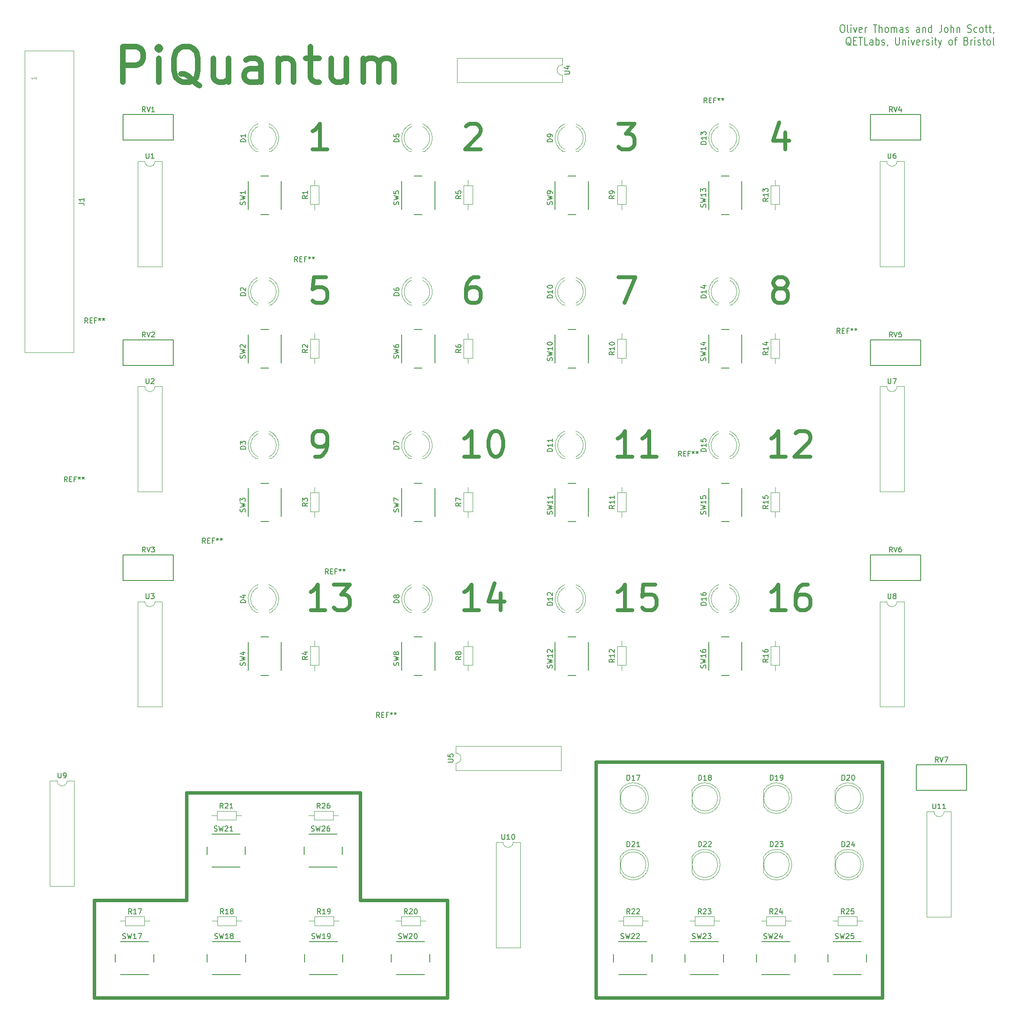
<source format=gbr>
G04 #@! TF.FileFunction,Legend,Top*
%FSLAX46Y46*%
G04 Gerber Fmt 4.6, Leading zero omitted, Abs format (unit mm)*
G04 Created by KiCad (PCBNEW 4.0.6) date Mon May 20 15:12:23 2019*
%MOMM*%
%LPD*%
G01*
G04 APERTURE LIST*
%ADD10C,0.100000*%
%ADD11C,1.100000*%
%ADD12C,0.200000*%
%ADD13C,0.700000*%
%ADD14C,0.800000*%
%ADD15C,0.120000*%
%ADD16C,0.150000*%
G04 APERTURE END LIST*
D10*
D11*
X85500002Y-54166667D02*
X85500002Y-47166667D01*
X88166668Y-47166667D01*
X88833335Y-47500000D01*
X89166668Y-47833333D01*
X89500002Y-48500000D01*
X89500002Y-49500000D01*
X89166668Y-50166667D01*
X88833335Y-50500000D01*
X88166668Y-50833333D01*
X85500002Y-50833333D01*
X92500002Y-54166667D02*
X92500002Y-49500000D01*
X92500002Y-47166667D02*
X92166668Y-47500000D01*
X92500002Y-47833333D01*
X92833335Y-47500000D01*
X92500002Y-47166667D01*
X92500002Y-47833333D01*
X100500001Y-54833333D02*
X99833335Y-54500000D01*
X99166668Y-53833333D01*
X98166668Y-52833333D01*
X97500001Y-52500000D01*
X96833335Y-52500000D01*
X97166668Y-54166667D02*
X96500001Y-53833333D01*
X95833335Y-53166667D01*
X95500001Y-51833333D01*
X95500001Y-49500000D01*
X95833335Y-48166667D01*
X96500001Y-47500000D01*
X97166668Y-47166667D01*
X98500001Y-47166667D01*
X99166668Y-47500000D01*
X99833335Y-48166667D01*
X100166668Y-49500000D01*
X100166668Y-51833333D01*
X99833335Y-53166667D01*
X99166668Y-53833333D01*
X98500001Y-54166667D01*
X97166668Y-54166667D01*
X106166668Y-49500000D02*
X106166668Y-54166667D01*
X103166668Y-49500000D02*
X103166668Y-53166667D01*
X103500001Y-53833333D01*
X104166668Y-54166667D01*
X105166668Y-54166667D01*
X105833334Y-53833333D01*
X106166668Y-53500000D01*
X112500001Y-54166667D02*
X112500001Y-50500000D01*
X112166667Y-49833333D01*
X111500001Y-49500000D01*
X110166667Y-49500000D01*
X109500001Y-49833333D01*
X112500001Y-53833333D02*
X111833334Y-54166667D01*
X110166667Y-54166667D01*
X109500001Y-53833333D01*
X109166667Y-53166667D01*
X109166667Y-52500000D01*
X109500001Y-51833333D01*
X110166667Y-51500000D01*
X111833334Y-51500000D01*
X112500001Y-51166667D01*
X115833334Y-49500000D02*
X115833334Y-54166667D01*
X115833334Y-50166667D02*
X116166667Y-49833333D01*
X116833334Y-49500000D01*
X117833334Y-49500000D01*
X118500000Y-49833333D01*
X118833334Y-50500000D01*
X118833334Y-54166667D01*
X121166667Y-49500000D02*
X123833333Y-49500000D01*
X122166667Y-47166667D02*
X122166667Y-53166667D01*
X122500000Y-53833333D01*
X123166667Y-54166667D01*
X123833333Y-54166667D01*
X129166667Y-49500000D02*
X129166667Y-54166667D01*
X126166667Y-49500000D02*
X126166667Y-53166667D01*
X126500000Y-53833333D01*
X127166667Y-54166667D01*
X128166667Y-54166667D01*
X128833333Y-53833333D01*
X129166667Y-53500000D01*
X132500000Y-54166667D02*
X132500000Y-49500000D01*
X132500000Y-50166667D02*
X132833333Y-49833333D01*
X133500000Y-49500000D01*
X134500000Y-49500000D01*
X135166666Y-49833333D01*
X135500000Y-50500000D01*
X135500000Y-54166667D01*
X135500000Y-50500000D02*
X135833333Y-49833333D01*
X136500000Y-49500000D01*
X137500000Y-49500000D01*
X138166666Y-49833333D01*
X138500000Y-50500000D01*
X138500000Y-54166667D01*
D12*
X226038101Y-42953571D02*
X226285720Y-42953571D01*
X226409529Y-43025000D01*
X226533339Y-43167857D01*
X226595244Y-43453571D01*
X226595244Y-43953571D01*
X226533339Y-44239286D01*
X226409529Y-44382143D01*
X226285720Y-44453571D01*
X226038101Y-44453571D01*
X225914291Y-44382143D01*
X225790482Y-44239286D01*
X225728577Y-43953571D01*
X225728577Y-43453571D01*
X225790482Y-43167857D01*
X225914291Y-43025000D01*
X226038101Y-42953571D01*
X227338101Y-44453571D02*
X227214292Y-44382143D01*
X227152387Y-44239286D01*
X227152387Y-42953571D01*
X227833339Y-44453571D02*
X227833339Y-43453571D01*
X227833339Y-42953571D02*
X227771434Y-43025000D01*
X227833339Y-43096429D01*
X227895244Y-43025000D01*
X227833339Y-42953571D01*
X227833339Y-43096429D01*
X228328577Y-43453571D02*
X228638101Y-44453571D01*
X228947625Y-43453571D01*
X229938101Y-44382143D02*
X229814291Y-44453571D01*
X229566672Y-44453571D01*
X229442863Y-44382143D01*
X229380958Y-44239286D01*
X229380958Y-43667857D01*
X229442863Y-43525000D01*
X229566672Y-43453571D01*
X229814291Y-43453571D01*
X229938101Y-43525000D01*
X230000006Y-43667857D01*
X230000006Y-43810714D01*
X229380958Y-43953571D01*
X230557149Y-44453571D02*
X230557149Y-43453571D01*
X230557149Y-43739286D02*
X230619054Y-43596429D01*
X230680958Y-43525000D01*
X230804768Y-43453571D01*
X230928577Y-43453571D01*
X232166673Y-42953571D02*
X232909530Y-42953571D01*
X232538101Y-44453571D02*
X232538101Y-42953571D01*
X233342863Y-44453571D02*
X233342863Y-42953571D01*
X233900006Y-44453571D02*
X233900006Y-43667857D01*
X233838101Y-43525000D01*
X233714291Y-43453571D01*
X233528577Y-43453571D01*
X233404768Y-43525000D01*
X233342863Y-43596429D01*
X234704767Y-44453571D02*
X234580958Y-44382143D01*
X234519053Y-44310714D01*
X234457148Y-44167857D01*
X234457148Y-43739286D01*
X234519053Y-43596429D01*
X234580958Y-43525000D01*
X234704767Y-43453571D01*
X234890481Y-43453571D01*
X235014291Y-43525000D01*
X235076196Y-43596429D01*
X235138100Y-43739286D01*
X235138100Y-44167857D01*
X235076196Y-44310714D01*
X235014291Y-44382143D01*
X234890481Y-44453571D01*
X234704767Y-44453571D01*
X235695243Y-44453571D02*
X235695243Y-43453571D01*
X235695243Y-43596429D02*
X235757148Y-43525000D01*
X235880957Y-43453571D01*
X236066671Y-43453571D01*
X236190481Y-43525000D01*
X236252386Y-43667857D01*
X236252386Y-44453571D01*
X236252386Y-43667857D02*
X236314290Y-43525000D01*
X236438100Y-43453571D01*
X236623814Y-43453571D01*
X236747624Y-43525000D01*
X236809529Y-43667857D01*
X236809529Y-44453571D01*
X237985719Y-44453571D02*
X237985719Y-43667857D01*
X237923814Y-43525000D01*
X237800004Y-43453571D01*
X237552385Y-43453571D01*
X237428576Y-43525000D01*
X237985719Y-44382143D02*
X237861909Y-44453571D01*
X237552385Y-44453571D01*
X237428576Y-44382143D01*
X237366671Y-44239286D01*
X237366671Y-44096429D01*
X237428576Y-43953571D01*
X237552385Y-43882143D01*
X237861909Y-43882143D01*
X237985719Y-43810714D01*
X238542861Y-44382143D02*
X238666671Y-44453571D01*
X238914290Y-44453571D01*
X239038099Y-44382143D01*
X239100004Y-44239286D01*
X239100004Y-44167857D01*
X239038099Y-44025000D01*
X238914290Y-43953571D01*
X238728575Y-43953571D01*
X238604766Y-43882143D01*
X238542861Y-43739286D01*
X238542861Y-43667857D01*
X238604766Y-43525000D01*
X238728575Y-43453571D01*
X238914290Y-43453571D01*
X239038099Y-43525000D01*
X241204766Y-44453571D02*
X241204766Y-43667857D01*
X241142861Y-43525000D01*
X241019051Y-43453571D01*
X240771432Y-43453571D01*
X240647623Y-43525000D01*
X241204766Y-44382143D02*
X241080956Y-44453571D01*
X240771432Y-44453571D01*
X240647623Y-44382143D01*
X240585718Y-44239286D01*
X240585718Y-44096429D01*
X240647623Y-43953571D01*
X240771432Y-43882143D01*
X241080956Y-43882143D01*
X241204766Y-43810714D01*
X241823813Y-43453571D02*
X241823813Y-44453571D01*
X241823813Y-43596429D02*
X241885718Y-43525000D01*
X242009527Y-43453571D01*
X242195241Y-43453571D01*
X242319051Y-43525000D01*
X242380956Y-43667857D01*
X242380956Y-44453571D01*
X243557146Y-44453571D02*
X243557146Y-42953571D01*
X243557146Y-44382143D02*
X243433336Y-44453571D01*
X243185717Y-44453571D01*
X243061908Y-44382143D01*
X243000003Y-44310714D01*
X242938098Y-44167857D01*
X242938098Y-43739286D01*
X243000003Y-43596429D01*
X243061908Y-43525000D01*
X243185717Y-43453571D01*
X243433336Y-43453571D01*
X243557146Y-43525000D01*
X245538097Y-42953571D02*
X245538097Y-44025000D01*
X245476193Y-44239286D01*
X245352383Y-44382143D01*
X245166669Y-44453571D01*
X245042859Y-44453571D01*
X246342859Y-44453571D02*
X246219050Y-44382143D01*
X246157145Y-44310714D01*
X246095240Y-44167857D01*
X246095240Y-43739286D01*
X246157145Y-43596429D01*
X246219050Y-43525000D01*
X246342859Y-43453571D01*
X246528573Y-43453571D01*
X246652383Y-43525000D01*
X246714288Y-43596429D01*
X246776192Y-43739286D01*
X246776192Y-44167857D01*
X246714288Y-44310714D01*
X246652383Y-44382143D01*
X246528573Y-44453571D01*
X246342859Y-44453571D01*
X247333335Y-44453571D02*
X247333335Y-42953571D01*
X247890478Y-44453571D02*
X247890478Y-43667857D01*
X247828573Y-43525000D01*
X247704763Y-43453571D01*
X247519049Y-43453571D01*
X247395240Y-43525000D01*
X247333335Y-43596429D01*
X248509525Y-43453571D02*
X248509525Y-44453571D01*
X248509525Y-43596429D02*
X248571430Y-43525000D01*
X248695239Y-43453571D01*
X248880953Y-43453571D01*
X249004763Y-43525000D01*
X249066668Y-43667857D01*
X249066668Y-44453571D01*
X250614286Y-44382143D02*
X250800000Y-44453571D01*
X251109524Y-44453571D01*
X251233334Y-44382143D01*
X251295238Y-44310714D01*
X251357143Y-44167857D01*
X251357143Y-44025000D01*
X251295238Y-43882143D01*
X251233334Y-43810714D01*
X251109524Y-43739286D01*
X250861905Y-43667857D01*
X250738096Y-43596429D01*
X250676191Y-43525000D01*
X250614286Y-43382143D01*
X250614286Y-43239286D01*
X250676191Y-43096429D01*
X250738096Y-43025000D01*
X250861905Y-42953571D01*
X251171429Y-42953571D01*
X251357143Y-43025000D01*
X252471429Y-44382143D02*
X252347619Y-44453571D01*
X252100000Y-44453571D01*
X251976191Y-44382143D01*
X251914286Y-44310714D01*
X251852381Y-44167857D01*
X251852381Y-43739286D01*
X251914286Y-43596429D01*
X251976191Y-43525000D01*
X252100000Y-43453571D01*
X252347619Y-43453571D01*
X252471429Y-43525000D01*
X253214286Y-44453571D02*
X253090477Y-44382143D01*
X253028572Y-44310714D01*
X252966667Y-44167857D01*
X252966667Y-43739286D01*
X253028572Y-43596429D01*
X253090477Y-43525000D01*
X253214286Y-43453571D01*
X253400000Y-43453571D01*
X253523810Y-43525000D01*
X253585715Y-43596429D01*
X253647619Y-43739286D01*
X253647619Y-44167857D01*
X253585715Y-44310714D01*
X253523810Y-44382143D01*
X253400000Y-44453571D01*
X253214286Y-44453571D01*
X254019048Y-43453571D02*
X254514286Y-43453571D01*
X254204762Y-42953571D02*
X254204762Y-44239286D01*
X254266667Y-44382143D01*
X254390476Y-44453571D01*
X254514286Y-44453571D01*
X254761905Y-43453571D02*
X255257143Y-43453571D01*
X254947619Y-42953571D02*
X254947619Y-44239286D01*
X255009524Y-44382143D01*
X255133333Y-44453571D01*
X255257143Y-44453571D01*
X255752381Y-44382143D02*
X255752381Y-44453571D01*
X255690476Y-44596429D01*
X255628571Y-44667857D01*
X227833335Y-47046429D02*
X227709526Y-46975000D01*
X227585716Y-46832143D01*
X227400002Y-46617857D01*
X227276193Y-46546429D01*
X227152383Y-46546429D01*
X227214288Y-46903571D02*
X227090478Y-46832143D01*
X226966669Y-46689286D01*
X226904764Y-46403571D01*
X226904764Y-45903571D01*
X226966669Y-45617857D01*
X227090478Y-45475000D01*
X227214288Y-45403571D01*
X227461907Y-45403571D01*
X227585716Y-45475000D01*
X227709526Y-45617857D01*
X227771431Y-45903571D01*
X227771431Y-46403571D01*
X227709526Y-46689286D01*
X227585716Y-46832143D01*
X227461907Y-46903571D01*
X227214288Y-46903571D01*
X228328574Y-46117857D02*
X228761907Y-46117857D01*
X228947621Y-46903571D02*
X228328574Y-46903571D01*
X228328574Y-45403571D01*
X228947621Y-45403571D01*
X229319050Y-45403571D02*
X230061907Y-45403571D01*
X229690478Y-46903571D02*
X229690478Y-45403571D01*
X231114287Y-46903571D02*
X230495240Y-46903571D01*
X230495240Y-45403571D01*
X232104764Y-46903571D02*
X232104764Y-46117857D01*
X232042859Y-45975000D01*
X231919049Y-45903571D01*
X231671430Y-45903571D01*
X231547621Y-45975000D01*
X232104764Y-46832143D02*
X231980954Y-46903571D01*
X231671430Y-46903571D01*
X231547621Y-46832143D01*
X231485716Y-46689286D01*
X231485716Y-46546429D01*
X231547621Y-46403571D01*
X231671430Y-46332143D01*
X231980954Y-46332143D01*
X232104764Y-46260714D01*
X232723811Y-46903571D02*
X232723811Y-45403571D01*
X232723811Y-45975000D02*
X232847620Y-45903571D01*
X233095239Y-45903571D01*
X233219049Y-45975000D01*
X233280954Y-46046429D01*
X233342858Y-46189286D01*
X233342858Y-46617857D01*
X233280954Y-46760714D01*
X233219049Y-46832143D01*
X233095239Y-46903571D01*
X232847620Y-46903571D01*
X232723811Y-46832143D01*
X233838096Y-46832143D02*
X233961906Y-46903571D01*
X234209525Y-46903571D01*
X234333334Y-46832143D01*
X234395239Y-46689286D01*
X234395239Y-46617857D01*
X234333334Y-46475000D01*
X234209525Y-46403571D01*
X234023810Y-46403571D01*
X233900001Y-46332143D01*
X233838096Y-46189286D01*
X233838096Y-46117857D01*
X233900001Y-45975000D01*
X234023810Y-45903571D01*
X234209525Y-45903571D01*
X234333334Y-45975000D01*
X235014287Y-46832143D02*
X235014287Y-46903571D01*
X234952382Y-47046429D01*
X234890477Y-47117857D01*
X236561906Y-45403571D02*
X236561906Y-46617857D01*
X236623811Y-46760714D01*
X236685715Y-46832143D01*
X236809525Y-46903571D01*
X237057144Y-46903571D01*
X237180953Y-46832143D01*
X237242858Y-46760714D01*
X237304763Y-46617857D01*
X237304763Y-45403571D01*
X237923811Y-45903571D02*
X237923811Y-46903571D01*
X237923811Y-46046429D02*
X237985716Y-45975000D01*
X238109525Y-45903571D01*
X238295239Y-45903571D01*
X238419049Y-45975000D01*
X238480954Y-46117857D01*
X238480954Y-46903571D01*
X239100001Y-46903571D02*
X239100001Y-45903571D01*
X239100001Y-45403571D02*
X239038096Y-45475000D01*
X239100001Y-45546429D01*
X239161906Y-45475000D01*
X239100001Y-45403571D01*
X239100001Y-45546429D01*
X239595239Y-45903571D02*
X239904763Y-46903571D01*
X240214287Y-45903571D01*
X241204763Y-46832143D02*
X241080953Y-46903571D01*
X240833334Y-46903571D01*
X240709525Y-46832143D01*
X240647620Y-46689286D01*
X240647620Y-46117857D01*
X240709525Y-45975000D01*
X240833334Y-45903571D01*
X241080953Y-45903571D01*
X241204763Y-45975000D01*
X241266668Y-46117857D01*
X241266668Y-46260714D01*
X240647620Y-46403571D01*
X241823811Y-46903571D02*
X241823811Y-45903571D01*
X241823811Y-46189286D02*
X241885716Y-46046429D01*
X241947620Y-45975000D01*
X242071430Y-45903571D01*
X242195239Y-45903571D01*
X242566668Y-46832143D02*
X242690478Y-46903571D01*
X242938097Y-46903571D01*
X243061906Y-46832143D01*
X243123811Y-46689286D01*
X243123811Y-46617857D01*
X243061906Y-46475000D01*
X242938097Y-46403571D01*
X242752382Y-46403571D01*
X242628573Y-46332143D01*
X242566668Y-46189286D01*
X242566668Y-46117857D01*
X242628573Y-45975000D01*
X242752382Y-45903571D01*
X242938097Y-45903571D01*
X243061906Y-45975000D01*
X243680954Y-46903571D02*
X243680954Y-45903571D01*
X243680954Y-45403571D02*
X243619049Y-45475000D01*
X243680954Y-45546429D01*
X243742859Y-45475000D01*
X243680954Y-45403571D01*
X243680954Y-45546429D01*
X244114288Y-45903571D02*
X244609526Y-45903571D01*
X244300002Y-45403571D02*
X244300002Y-46689286D01*
X244361907Y-46832143D01*
X244485716Y-46903571D01*
X244609526Y-46903571D01*
X244919049Y-45903571D02*
X245228573Y-46903571D01*
X245538097Y-45903571D02*
X245228573Y-46903571D01*
X245104764Y-47260714D01*
X245042859Y-47332143D01*
X244919049Y-47403571D01*
X247209525Y-46903571D02*
X247085716Y-46832143D01*
X247023811Y-46760714D01*
X246961906Y-46617857D01*
X246961906Y-46189286D01*
X247023811Y-46046429D01*
X247085716Y-45975000D01*
X247209525Y-45903571D01*
X247395239Y-45903571D01*
X247519049Y-45975000D01*
X247580954Y-46046429D01*
X247642858Y-46189286D01*
X247642858Y-46617857D01*
X247580954Y-46760714D01*
X247519049Y-46832143D01*
X247395239Y-46903571D01*
X247209525Y-46903571D01*
X248014287Y-45903571D02*
X248509525Y-45903571D01*
X248200001Y-46903571D02*
X248200001Y-45617857D01*
X248261906Y-45475000D01*
X248385715Y-45403571D01*
X248509525Y-45403571D01*
X250366667Y-46117857D02*
X250552381Y-46189286D01*
X250614286Y-46260714D01*
X250676191Y-46403571D01*
X250676191Y-46617857D01*
X250614286Y-46760714D01*
X250552381Y-46832143D01*
X250428572Y-46903571D01*
X249933334Y-46903571D01*
X249933334Y-45403571D01*
X250366667Y-45403571D01*
X250490477Y-45475000D01*
X250552381Y-45546429D01*
X250614286Y-45689286D01*
X250614286Y-45832143D01*
X250552381Y-45975000D01*
X250490477Y-46046429D01*
X250366667Y-46117857D01*
X249933334Y-46117857D01*
X251233334Y-46903571D02*
X251233334Y-45903571D01*
X251233334Y-46189286D02*
X251295239Y-46046429D01*
X251357143Y-45975000D01*
X251480953Y-45903571D01*
X251604762Y-45903571D01*
X252038096Y-46903571D02*
X252038096Y-45903571D01*
X252038096Y-45403571D02*
X251976191Y-45475000D01*
X252038096Y-45546429D01*
X252100001Y-45475000D01*
X252038096Y-45403571D01*
X252038096Y-45546429D01*
X252595239Y-46832143D02*
X252719049Y-46903571D01*
X252966668Y-46903571D01*
X253090477Y-46832143D01*
X253152382Y-46689286D01*
X253152382Y-46617857D01*
X253090477Y-46475000D01*
X252966668Y-46403571D01*
X252780953Y-46403571D01*
X252657144Y-46332143D01*
X252595239Y-46189286D01*
X252595239Y-46117857D01*
X252657144Y-45975000D01*
X252780953Y-45903571D01*
X252966668Y-45903571D01*
X253090477Y-45975000D01*
X253523811Y-45903571D02*
X254019049Y-45903571D01*
X253709525Y-45403571D02*
X253709525Y-46689286D01*
X253771430Y-46832143D01*
X253895239Y-46903571D01*
X254019049Y-46903571D01*
X254638096Y-46903571D02*
X254514287Y-46832143D01*
X254452382Y-46760714D01*
X254390477Y-46617857D01*
X254390477Y-46189286D01*
X254452382Y-46046429D01*
X254514287Y-45975000D01*
X254638096Y-45903571D01*
X254823810Y-45903571D01*
X254947620Y-45975000D01*
X255009525Y-46046429D01*
X255071429Y-46189286D01*
X255071429Y-46617857D01*
X255009525Y-46760714D01*
X254947620Y-46832143D01*
X254823810Y-46903571D01*
X254638096Y-46903571D01*
X255814286Y-46903571D02*
X255690477Y-46832143D01*
X255628572Y-46689286D01*
X255628572Y-45403571D01*
D13*
X178000000Y-233000000D02*
X178000000Y-187000000D01*
X234000000Y-233000000D02*
X178000000Y-233000000D01*
X234000000Y-187000000D02*
X234000000Y-233000000D01*
X178000000Y-187000000D02*
X234000000Y-187000000D01*
X80000000Y-233000000D02*
X80000000Y-214000000D01*
X149000000Y-233000000D02*
X80000000Y-233000000D01*
X149000000Y-214000000D02*
X149000000Y-233000000D01*
X132000000Y-214000000D02*
X149000000Y-214000000D01*
X132000000Y-193000000D02*
X132000000Y-214000000D01*
X98000000Y-193000000D02*
X132000000Y-193000000D01*
X98000000Y-214000000D02*
X98000000Y-193000000D01*
X80000000Y-214000000D02*
X98000000Y-214000000D01*
D14*
X214952381Y-63928571D02*
X214952381Y-67261905D01*
X213761905Y-62023810D02*
X212571429Y-65595238D01*
X215666667Y-65595238D01*
X182333334Y-62261905D02*
X185428572Y-62261905D01*
X183761905Y-64166667D01*
X184476191Y-64166667D01*
X184952381Y-64404762D01*
X185190477Y-64642857D01*
X185428572Y-65119048D01*
X185428572Y-66309524D01*
X185190477Y-66785714D01*
X184952381Y-67023810D01*
X184476191Y-67261905D01*
X183047619Y-67261905D01*
X182571429Y-67023810D01*
X182333334Y-66785714D01*
X213523810Y-94404762D02*
X213047619Y-94166667D01*
X212809524Y-93928571D01*
X212571429Y-93452381D01*
X212571429Y-93214286D01*
X212809524Y-92738095D01*
X213047619Y-92500000D01*
X213523810Y-92261905D01*
X214476191Y-92261905D01*
X214952381Y-92500000D01*
X215190477Y-92738095D01*
X215428572Y-93214286D01*
X215428572Y-93452381D01*
X215190477Y-93928571D01*
X214952381Y-94166667D01*
X214476191Y-94404762D01*
X213523810Y-94404762D01*
X213047619Y-94642857D01*
X212809524Y-94880952D01*
X212571429Y-95357143D01*
X212571429Y-96309524D01*
X212809524Y-96785714D01*
X213047619Y-97023810D01*
X213523810Y-97261905D01*
X214476191Y-97261905D01*
X214952381Y-97023810D01*
X215190477Y-96785714D01*
X215428572Y-96309524D01*
X215428572Y-95357143D01*
X215190477Y-94880952D01*
X214952381Y-94642857D01*
X214476191Y-94404762D01*
X182333334Y-92261905D02*
X185666667Y-92261905D01*
X183523810Y-97261905D01*
X154952381Y-92261905D02*
X154000000Y-92261905D01*
X153523810Y-92500000D01*
X153285715Y-92738095D01*
X152809524Y-93452381D01*
X152571429Y-94404762D01*
X152571429Y-96309524D01*
X152809524Y-96785714D01*
X153047619Y-97023810D01*
X153523810Y-97261905D01*
X154476191Y-97261905D01*
X154952381Y-97023810D01*
X155190477Y-96785714D01*
X155428572Y-96309524D01*
X155428572Y-95119048D01*
X155190477Y-94642857D01*
X154952381Y-94404762D01*
X154476191Y-94166667D01*
X153523810Y-94166667D01*
X153047619Y-94404762D01*
X152809524Y-94642857D01*
X152571429Y-95119048D01*
X155047619Y-127261905D02*
X152190476Y-127261905D01*
X153619047Y-127261905D02*
X153619047Y-122261905D01*
X153142857Y-122976190D01*
X152666666Y-123452381D01*
X152190476Y-123690476D01*
X158142857Y-122261905D02*
X158619048Y-122261905D01*
X159095238Y-122500000D01*
X159333333Y-122738095D01*
X159571429Y-123214286D01*
X159809524Y-124166667D01*
X159809524Y-125357143D01*
X159571429Y-126309524D01*
X159333333Y-126785714D01*
X159095238Y-127023810D01*
X158619048Y-127261905D01*
X158142857Y-127261905D01*
X157666667Y-127023810D01*
X157428571Y-126785714D01*
X157190476Y-126309524D01*
X156952381Y-125357143D01*
X156952381Y-124166667D01*
X157190476Y-123214286D01*
X157428571Y-122738095D01*
X157666667Y-122500000D01*
X158142857Y-122261905D01*
X185047619Y-127261905D02*
X182190476Y-127261905D01*
X183619047Y-127261905D02*
X183619047Y-122261905D01*
X183142857Y-122976190D01*
X182666666Y-123452381D01*
X182190476Y-123690476D01*
X189809524Y-127261905D02*
X186952381Y-127261905D01*
X188380952Y-127261905D02*
X188380952Y-122261905D01*
X187904762Y-122976190D01*
X187428571Y-123452381D01*
X186952381Y-123690476D01*
X215047619Y-127261905D02*
X212190476Y-127261905D01*
X213619047Y-127261905D02*
X213619047Y-122261905D01*
X213142857Y-122976190D01*
X212666666Y-123452381D01*
X212190476Y-123690476D01*
X216952381Y-122738095D02*
X217190476Y-122500000D01*
X217666667Y-122261905D01*
X218857143Y-122261905D01*
X219333333Y-122500000D01*
X219571429Y-122738095D01*
X219809524Y-123214286D01*
X219809524Y-123690476D01*
X219571429Y-124404762D01*
X216714286Y-127261905D01*
X219809524Y-127261905D01*
X215047619Y-157261905D02*
X212190476Y-157261905D01*
X213619047Y-157261905D02*
X213619047Y-152261905D01*
X213142857Y-152976190D01*
X212666666Y-153452381D01*
X212190476Y-153690476D01*
X219333333Y-152261905D02*
X218380952Y-152261905D01*
X217904762Y-152500000D01*
X217666667Y-152738095D01*
X217190476Y-153452381D01*
X216952381Y-154404762D01*
X216952381Y-156309524D01*
X217190476Y-156785714D01*
X217428571Y-157023810D01*
X217904762Y-157261905D01*
X218857143Y-157261905D01*
X219333333Y-157023810D01*
X219571429Y-156785714D01*
X219809524Y-156309524D01*
X219809524Y-155119048D01*
X219571429Y-154642857D01*
X219333333Y-154404762D01*
X218857143Y-154166667D01*
X217904762Y-154166667D01*
X217428571Y-154404762D01*
X217190476Y-154642857D01*
X216952381Y-155119048D01*
X185047619Y-157261905D02*
X182190476Y-157261905D01*
X183619047Y-157261905D02*
X183619047Y-152261905D01*
X183142857Y-152976190D01*
X182666666Y-153452381D01*
X182190476Y-153690476D01*
X189571429Y-152261905D02*
X187190476Y-152261905D01*
X186952381Y-154642857D01*
X187190476Y-154404762D01*
X187666667Y-154166667D01*
X188857143Y-154166667D01*
X189333333Y-154404762D01*
X189571429Y-154642857D01*
X189809524Y-155119048D01*
X189809524Y-156309524D01*
X189571429Y-156785714D01*
X189333333Y-157023810D01*
X188857143Y-157261905D01*
X187666667Y-157261905D01*
X187190476Y-157023810D01*
X186952381Y-156785714D01*
X155047619Y-157261905D02*
X152190476Y-157261905D01*
X153619047Y-157261905D02*
X153619047Y-152261905D01*
X153142857Y-152976190D01*
X152666666Y-153452381D01*
X152190476Y-153690476D01*
X159333333Y-153928571D02*
X159333333Y-157261905D01*
X158142857Y-152023810D02*
X156952381Y-155595238D01*
X160047619Y-155595238D01*
X125047619Y-157261905D02*
X122190476Y-157261905D01*
X123619047Y-157261905D02*
X123619047Y-152261905D01*
X123142857Y-152976190D01*
X122666666Y-153452381D01*
X122190476Y-153690476D01*
X126714286Y-152261905D02*
X129809524Y-152261905D01*
X128142857Y-154166667D01*
X128857143Y-154166667D01*
X129333333Y-154404762D01*
X129571429Y-154642857D01*
X129809524Y-155119048D01*
X129809524Y-156309524D01*
X129571429Y-156785714D01*
X129333333Y-157023810D01*
X128857143Y-157261905D01*
X127428571Y-157261905D01*
X126952381Y-157023810D01*
X126714286Y-156785714D01*
X123047619Y-127261905D02*
X124000000Y-127261905D01*
X124476191Y-127023810D01*
X124714286Y-126785714D01*
X125190477Y-126071429D01*
X125428572Y-125119048D01*
X125428572Y-123214286D01*
X125190477Y-122738095D01*
X124952381Y-122500000D01*
X124476191Y-122261905D01*
X123523810Y-122261905D01*
X123047619Y-122500000D01*
X122809524Y-122738095D01*
X122571429Y-123214286D01*
X122571429Y-124404762D01*
X122809524Y-124880952D01*
X123047619Y-125119048D01*
X123523810Y-125357143D01*
X124476191Y-125357143D01*
X124952381Y-125119048D01*
X125190477Y-124880952D01*
X125428572Y-124404762D01*
X125190477Y-92261905D02*
X122809524Y-92261905D01*
X122571429Y-94642857D01*
X122809524Y-94404762D01*
X123285715Y-94166667D01*
X124476191Y-94166667D01*
X124952381Y-94404762D01*
X125190477Y-94642857D01*
X125428572Y-95119048D01*
X125428572Y-96309524D01*
X125190477Y-96785714D01*
X124952381Y-97023810D01*
X124476191Y-97261905D01*
X123285715Y-97261905D01*
X122809524Y-97023810D01*
X122571429Y-96785714D01*
X152571429Y-62738095D02*
X152809524Y-62500000D01*
X153285715Y-62261905D01*
X154476191Y-62261905D01*
X154952381Y-62500000D01*
X155190477Y-62738095D01*
X155428572Y-63214286D01*
X155428572Y-63690476D01*
X155190477Y-64404762D01*
X152333334Y-67261905D01*
X155428572Y-67261905D01*
X125428572Y-67261905D02*
X122571429Y-67261905D01*
X124000000Y-67261905D02*
X124000000Y-62261905D01*
X123523810Y-62976190D01*
X123047619Y-63452381D01*
X122571429Y-63690476D01*
D15*
X246030000Y-196610000D02*
G75*
G02X244030000Y-196610000I-1000000J0D01*
G01*
X244030000Y-196610000D02*
X242660000Y-196610000D01*
X242660000Y-196610000D02*
X242660000Y-217170000D01*
X242660000Y-217170000D02*
X247400000Y-217170000D01*
X247400000Y-217170000D02*
X247400000Y-196610000D01*
X247400000Y-196610000D02*
X246030000Y-196610000D01*
X161810000Y-202610000D02*
G75*
G02X159810000Y-202610000I-1000000J0D01*
G01*
X159810000Y-202610000D02*
X158440000Y-202610000D01*
X158440000Y-202610000D02*
X158440000Y-223170000D01*
X158440000Y-223170000D02*
X163180000Y-223170000D01*
X163180000Y-223170000D02*
X163180000Y-202610000D01*
X163180000Y-202610000D02*
X161810000Y-202610000D01*
X74660000Y-190610000D02*
G75*
G02X72660000Y-190610000I-1000000J0D01*
G01*
X72660000Y-190610000D02*
X71290000Y-190610000D01*
X71290000Y-190610000D02*
X71290000Y-211170000D01*
X71290000Y-211170000D02*
X76030000Y-211170000D01*
X76030000Y-211170000D02*
X76030000Y-190610000D01*
X76030000Y-190610000D02*
X74660000Y-190610000D01*
X236810000Y-155610000D02*
G75*
G02X234810000Y-155610000I-1000000J0D01*
G01*
X234810000Y-155610000D02*
X233440000Y-155610000D01*
X233440000Y-155610000D02*
X233440000Y-176170000D01*
X233440000Y-176170000D02*
X238180000Y-176170000D01*
X238180000Y-176170000D02*
X238180000Y-155610000D01*
X238180000Y-155610000D02*
X236810000Y-155610000D01*
X236810000Y-113610000D02*
G75*
G02X234810000Y-113610000I-1000000J0D01*
G01*
X234810000Y-113610000D02*
X233440000Y-113610000D01*
X233440000Y-113610000D02*
X233440000Y-134170000D01*
X233440000Y-134170000D02*
X238180000Y-134170000D01*
X238180000Y-134170000D02*
X238180000Y-113610000D01*
X238180000Y-113610000D02*
X236810000Y-113610000D01*
X236810000Y-69610000D02*
G75*
G02X234810000Y-69610000I-1000000J0D01*
G01*
X234810000Y-69610000D02*
X233440000Y-69610000D01*
X233440000Y-69610000D02*
X233440000Y-90170000D01*
X233440000Y-90170000D02*
X238180000Y-90170000D01*
X238180000Y-90170000D02*
X238180000Y-69610000D01*
X238180000Y-69610000D02*
X236810000Y-69610000D01*
X150610000Y-185190000D02*
G75*
G02X150610000Y-187190000I0J-1000000D01*
G01*
X150610000Y-187190000D02*
X150610000Y-188560000D01*
X150610000Y-188560000D02*
X171170000Y-188560000D01*
X171170000Y-188560000D02*
X171170000Y-183820000D01*
X171170000Y-183820000D02*
X150610000Y-183820000D01*
X150610000Y-183820000D02*
X150610000Y-185190000D01*
X171390000Y-52810000D02*
G75*
G02X171390000Y-50810000I0J1000000D01*
G01*
X171390000Y-50810000D02*
X171390000Y-49440000D01*
X171390000Y-49440000D02*
X150830000Y-49440000D01*
X150830000Y-49440000D02*
X150830000Y-54180000D01*
X150830000Y-54180000D02*
X171390000Y-54180000D01*
X171390000Y-54180000D02*
X171390000Y-52810000D01*
X91810000Y-155610000D02*
G75*
G02X89810000Y-155610000I-1000000J0D01*
G01*
X89810000Y-155610000D02*
X88440000Y-155610000D01*
X88440000Y-155610000D02*
X88440000Y-176170000D01*
X88440000Y-176170000D02*
X93180000Y-176170000D01*
X93180000Y-176170000D02*
X93180000Y-155610000D01*
X93180000Y-155610000D02*
X91810000Y-155610000D01*
X91810000Y-113610000D02*
G75*
G02X89810000Y-113610000I-1000000J0D01*
G01*
X89810000Y-113610000D02*
X88440000Y-113610000D01*
X88440000Y-113610000D02*
X88440000Y-134170000D01*
X88440000Y-134170000D02*
X93180000Y-134170000D01*
X93180000Y-134170000D02*
X93180000Y-113610000D01*
X93180000Y-113610000D02*
X91810000Y-113610000D01*
X91810000Y-69610000D02*
G75*
G02X89810000Y-69610000I-1000000J0D01*
G01*
X89810000Y-69610000D02*
X88440000Y-69610000D01*
X88440000Y-69610000D02*
X88440000Y-90170000D01*
X88440000Y-90170000D02*
X93180000Y-90170000D01*
X93180000Y-90170000D02*
X93180000Y-69610000D01*
X93180000Y-69610000D02*
X91810000Y-69610000D01*
D16*
X121920000Y-207500000D02*
X127420000Y-207500000D01*
X120920000Y-203500000D02*
X120920000Y-205000000D01*
X127420000Y-201000000D02*
X121920000Y-201000000D01*
X128420000Y-205000000D02*
X128420000Y-203500000D01*
X224330000Y-228500000D02*
X229830000Y-228500000D01*
X223330000Y-224500000D02*
X223330000Y-226000000D01*
X229830000Y-222000000D02*
X224330000Y-222000000D01*
X230830000Y-226000000D02*
X230830000Y-224500000D01*
X210360000Y-228500000D02*
X215860000Y-228500000D01*
X209360000Y-224500000D02*
X209360000Y-226000000D01*
X215860000Y-222000000D02*
X210360000Y-222000000D01*
X216860000Y-226000000D02*
X216860000Y-224500000D01*
X196390000Y-228500000D02*
X201890000Y-228500000D01*
X195390000Y-224500000D02*
X195390000Y-226000000D01*
X201890000Y-222000000D02*
X196390000Y-222000000D01*
X202890000Y-226000000D02*
X202890000Y-224500000D01*
X182420000Y-228500000D02*
X187920000Y-228500000D01*
X181420000Y-224500000D02*
X181420000Y-226000000D01*
X187920000Y-222000000D02*
X182420000Y-222000000D01*
X188920000Y-226000000D02*
X188920000Y-224500000D01*
X102950000Y-207500000D02*
X108450000Y-207500000D01*
X101950000Y-203500000D02*
X101950000Y-205000000D01*
X108450000Y-201000000D02*
X102950000Y-201000000D01*
X109450000Y-205000000D02*
X109450000Y-203500000D01*
X138970000Y-228500000D02*
X144470000Y-228500000D01*
X137970000Y-224500000D02*
X137970000Y-226000000D01*
X144470000Y-222000000D02*
X138970000Y-222000000D01*
X145470000Y-226000000D02*
X145470000Y-224500000D01*
X122000000Y-228500000D02*
X127500000Y-228500000D01*
X121000000Y-224500000D02*
X121000000Y-226000000D01*
X127500000Y-222000000D02*
X122000000Y-222000000D01*
X128500000Y-226000000D02*
X128500000Y-224500000D01*
X103030000Y-228500000D02*
X108530000Y-228500000D01*
X102030000Y-224500000D02*
X102030000Y-226000000D01*
X108530000Y-222000000D02*
X103030000Y-222000000D01*
X109530000Y-226000000D02*
X109530000Y-224500000D01*
X85060000Y-228500000D02*
X90560000Y-228500000D01*
X84060000Y-224500000D02*
X84060000Y-226000000D01*
X90560000Y-222000000D02*
X85060000Y-222000000D01*
X91560000Y-226000000D02*
X91560000Y-224500000D01*
X206500000Y-169000000D02*
X206500000Y-163500000D01*
X202500000Y-170000000D02*
X204000000Y-170000000D01*
X200000000Y-163500000D02*
X200000000Y-169000000D01*
X204000000Y-162500000D02*
X202500000Y-162500000D01*
X206500000Y-139000000D02*
X206500000Y-133500000D01*
X202500000Y-140000000D02*
X204000000Y-140000000D01*
X200000000Y-133500000D02*
X200000000Y-139000000D01*
X204000000Y-132500000D02*
X202500000Y-132500000D01*
X206500000Y-109000000D02*
X206500000Y-103500000D01*
X202500000Y-110000000D02*
X204000000Y-110000000D01*
X200000000Y-103500000D02*
X200000000Y-109000000D01*
X204000000Y-102500000D02*
X202500000Y-102500000D01*
X206500000Y-79000000D02*
X206500000Y-73500000D01*
X202500000Y-80000000D02*
X204000000Y-80000000D01*
X200000000Y-73500000D02*
X200000000Y-79000000D01*
X204000000Y-72500000D02*
X202500000Y-72500000D01*
X176500000Y-169000000D02*
X176500000Y-163500000D01*
X172500000Y-170000000D02*
X174000000Y-170000000D01*
X170000000Y-163500000D02*
X170000000Y-169000000D01*
X174000000Y-162500000D02*
X172500000Y-162500000D01*
X176500000Y-139000000D02*
X176500000Y-133500000D01*
X172500000Y-140000000D02*
X174000000Y-140000000D01*
X170000000Y-133500000D02*
X170000000Y-139000000D01*
X174000000Y-132500000D02*
X172500000Y-132500000D01*
X176500000Y-109000000D02*
X176500000Y-103500000D01*
X172500000Y-110000000D02*
X174000000Y-110000000D01*
X170000000Y-103500000D02*
X170000000Y-109000000D01*
X174000000Y-102500000D02*
X172500000Y-102500000D01*
X176500000Y-79000000D02*
X176500000Y-73500000D01*
X172500000Y-80000000D02*
X174000000Y-80000000D01*
X170000000Y-73500000D02*
X170000000Y-79000000D01*
X174000000Y-72500000D02*
X172500000Y-72500000D01*
X146500000Y-169000000D02*
X146500000Y-163500000D01*
X142500000Y-170000000D02*
X144000000Y-170000000D01*
X140000000Y-163500000D02*
X140000000Y-169000000D01*
X144000000Y-162500000D02*
X142500000Y-162500000D01*
X146500000Y-139000000D02*
X146500000Y-133500000D01*
X142500000Y-140000000D02*
X144000000Y-140000000D01*
X140000000Y-133500000D02*
X140000000Y-139000000D01*
X144000000Y-132500000D02*
X142500000Y-132500000D01*
X146500000Y-109000000D02*
X146500000Y-103500000D01*
X142500000Y-110000000D02*
X144000000Y-110000000D01*
X140000000Y-103500000D02*
X140000000Y-109000000D01*
X144000000Y-102500000D02*
X142500000Y-102500000D01*
X146500000Y-79000000D02*
X146500000Y-73500000D01*
X142500000Y-80000000D02*
X144000000Y-80000000D01*
X140000000Y-73500000D02*
X140000000Y-79000000D01*
X144000000Y-72500000D02*
X142500000Y-72500000D01*
X116500000Y-169000000D02*
X116500000Y-163500000D01*
X112500000Y-170000000D02*
X114000000Y-170000000D01*
X110000000Y-163500000D02*
X110000000Y-169000000D01*
X114000000Y-162500000D02*
X112500000Y-162500000D01*
X116500000Y-139000000D02*
X116500000Y-133500000D01*
X112500000Y-140000000D02*
X114000000Y-140000000D01*
X110000000Y-133500000D02*
X110000000Y-139000000D01*
X114000000Y-132500000D02*
X112500000Y-132500000D01*
X116500000Y-109000000D02*
X116500000Y-103500000D01*
X112500000Y-110000000D02*
X114000000Y-110000000D01*
X110000000Y-103500000D02*
X110000000Y-109000000D01*
X114000000Y-102500000D02*
X112500000Y-102500000D01*
X231600000Y-146500000D02*
X241400000Y-146500000D01*
X241400000Y-146500000D02*
X241400000Y-151500000D01*
X241400000Y-151500000D02*
X231600000Y-151500000D01*
X231600000Y-146500000D02*
X231600000Y-151500000D01*
X231600000Y-104500000D02*
X241400000Y-104500000D01*
X241400000Y-104500000D02*
X241400000Y-109500000D01*
X241400000Y-109500000D02*
X231600000Y-109500000D01*
X231600000Y-104500000D02*
X231600000Y-109500000D01*
X231600000Y-60500000D02*
X241400000Y-60500000D01*
X241400000Y-60500000D02*
X241400000Y-65500000D01*
X241400000Y-65500000D02*
X231600000Y-65500000D01*
X231600000Y-60500000D02*
X231600000Y-65500000D01*
X85600000Y-146500000D02*
X95400000Y-146500000D01*
X95400000Y-146500000D02*
X95400000Y-151500000D01*
X95400000Y-151500000D02*
X85600000Y-151500000D01*
X85600000Y-146500000D02*
X85600000Y-151500000D01*
X85600000Y-104500000D02*
X95400000Y-104500000D01*
X95400000Y-104500000D02*
X95400000Y-109500000D01*
X95400000Y-109500000D02*
X85600000Y-109500000D01*
X85600000Y-104500000D02*
X85600000Y-109500000D01*
X85600000Y-60500000D02*
X95400000Y-60500000D01*
X95400000Y-60500000D02*
X95400000Y-65500000D01*
X95400000Y-65500000D02*
X85600000Y-65500000D01*
X85600000Y-60500000D02*
X85600000Y-65500000D01*
D15*
X122870000Y-196530000D02*
X122870000Y-198250000D01*
X122870000Y-198250000D02*
X126590000Y-198250000D01*
X126590000Y-198250000D02*
X126590000Y-196530000D01*
X126590000Y-196530000D02*
X122870000Y-196530000D01*
X121800000Y-197390000D02*
X122870000Y-197390000D01*
X127660000Y-197390000D02*
X126590000Y-197390000D01*
X225280000Y-217140000D02*
X225280000Y-218860000D01*
X225280000Y-218860000D02*
X229000000Y-218860000D01*
X229000000Y-218860000D02*
X229000000Y-217140000D01*
X229000000Y-217140000D02*
X225280000Y-217140000D01*
X224210000Y-218000000D02*
X225280000Y-218000000D01*
X230070000Y-218000000D02*
X229000000Y-218000000D01*
X211310000Y-217140000D02*
X211310000Y-218860000D01*
X211310000Y-218860000D02*
X215030000Y-218860000D01*
X215030000Y-218860000D02*
X215030000Y-217140000D01*
X215030000Y-217140000D02*
X211310000Y-217140000D01*
X210240000Y-218000000D02*
X211310000Y-218000000D01*
X216100000Y-218000000D02*
X215030000Y-218000000D01*
X197340000Y-217140000D02*
X197340000Y-218860000D01*
X197340000Y-218860000D02*
X201060000Y-218860000D01*
X201060000Y-218860000D02*
X201060000Y-217140000D01*
X201060000Y-217140000D02*
X197340000Y-217140000D01*
X196270000Y-218000000D02*
X197340000Y-218000000D01*
X202130000Y-218000000D02*
X201060000Y-218000000D01*
X183370000Y-217140000D02*
X183370000Y-218860000D01*
X183370000Y-218860000D02*
X187090000Y-218860000D01*
X187090000Y-218860000D02*
X187090000Y-217140000D01*
X187090000Y-217140000D02*
X183370000Y-217140000D01*
X182300000Y-218000000D02*
X183370000Y-218000000D01*
X188160000Y-218000000D02*
X187090000Y-218000000D01*
X103900000Y-196530000D02*
X103900000Y-198250000D01*
X103900000Y-198250000D02*
X107620000Y-198250000D01*
X107620000Y-198250000D02*
X107620000Y-196530000D01*
X107620000Y-196530000D02*
X103900000Y-196530000D01*
X102830000Y-197390000D02*
X103900000Y-197390000D01*
X108690000Y-197390000D02*
X107620000Y-197390000D01*
X139920000Y-217140000D02*
X139920000Y-218860000D01*
X139920000Y-218860000D02*
X143640000Y-218860000D01*
X143640000Y-218860000D02*
X143640000Y-217140000D01*
X143640000Y-217140000D02*
X139920000Y-217140000D01*
X138850000Y-218000000D02*
X139920000Y-218000000D01*
X144710000Y-218000000D02*
X143640000Y-218000000D01*
X122950000Y-217140000D02*
X122950000Y-218860000D01*
X122950000Y-218860000D02*
X126670000Y-218860000D01*
X126670000Y-218860000D02*
X126670000Y-217140000D01*
X126670000Y-217140000D02*
X122950000Y-217140000D01*
X121880000Y-218000000D02*
X122950000Y-218000000D01*
X127740000Y-218000000D02*
X126670000Y-218000000D01*
X103980000Y-217140000D02*
X103980000Y-218860000D01*
X103980000Y-218860000D02*
X107700000Y-218860000D01*
X107700000Y-218860000D02*
X107700000Y-217140000D01*
X107700000Y-217140000D02*
X103980000Y-217140000D01*
X102910000Y-218000000D02*
X103980000Y-218000000D01*
X108770000Y-218000000D02*
X107700000Y-218000000D01*
X86010000Y-217140000D02*
X86010000Y-218860000D01*
X86010000Y-218860000D02*
X89730000Y-218860000D01*
X89730000Y-218860000D02*
X89730000Y-217140000D01*
X89730000Y-217140000D02*
X86010000Y-217140000D01*
X84940000Y-218000000D02*
X86010000Y-218000000D01*
X90800000Y-218000000D02*
X89730000Y-218000000D01*
X212140000Y-168050000D02*
X213860000Y-168050000D01*
X213860000Y-168050000D02*
X213860000Y-164330000D01*
X213860000Y-164330000D02*
X212140000Y-164330000D01*
X212140000Y-164330000D02*
X212140000Y-168050000D01*
X213000000Y-169120000D02*
X213000000Y-168050000D01*
X213000000Y-163260000D02*
X213000000Y-164330000D01*
X212140000Y-138050000D02*
X213860000Y-138050000D01*
X213860000Y-138050000D02*
X213860000Y-134330000D01*
X213860000Y-134330000D02*
X212140000Y-134330000D01*
X212140000Y-134330000D02*
X212140000Y-138050000D01*
X213000000Y-139120000D02*
X213000000Y-138050000D01*
X213000000Y-133260000D02*
X213000000Y-134330000D01*
X212140000Y-108050000D02*
X213860000Y-108050000D01*
X213860000Y-108050000D02*
X213860000Y-104330000D01*
X213860000Y-104330000D02*
X212140000Y-104330000D01*
X212140000Y-104330000D02*
X212140000Y-108050000D01*
X213000000Y-109120000D02*
X213000000Y-108050000D01*
X213000000Y-103260000D02*
X213000000Y-104330000D01*
X212140000Y-78050000D02*
X213860000Y-78050000D01*
X213860000Y-78050000D02*
X213860000Y-74330000D01*
X213860000Y-74330000D02*
X212140000Y-74330000D01*
X212140000Y-74330000D02*
X212140000Y-78050000D01*
X213000000Y-79120000D02*
X213000000Y-78050000D01*
X213000000Y-73260000D02*
X213000000Y-74330000D01*
X182140000Y-168050000D02*
X183860000Y-168050000D01*
X183860000Y-168050000D02*
X183860000Y-164330000D01*
X183860000Y-164330000D02*
X182140000Y-164330000D01*
X182140000Y-164330000D02*
X182140000Y-168050000D01*
X183000000Y-169120000D02*
X183000000Y-168050000D01*
X183000000Y-163260000D02*
X183000000Y-164330000D01*
X182140000Y-138050000D02*
X183860000Y-138050000D01*
X183860000Y-138050000D02*
X183860000Y-134330000D01*
X183860000Y-134330000D02*
X182140000Y-134330000D01*
X182140000Y-134330000D02*
X182140000Y-138050000D01*
X183000000Y-139120000D02*
X183000000Y-138050000D01*
X183000000Y-133260000D02*
X183000000Y-134330000D01*
X182140000Y-108050000D02*
X183860000Y-108050000D01*
X183860000Y-108050000D02*
X183860000Y-104330000D01*
X183860000Y-104330000D02*
X182140000Y-104330000D01*
X182140000Y-104330000D02*
X182140000Y-108050000D01*
X183000000Y-109120000D02*
X183000000Y-108050000D01*
X183000000Y-103260000D02*
X183000000Y-104330000D01*
X182140000Y-78050000D02*
X183860000Y-78050000D01*
X183860000Y-78050000D02*
X183860000Y-74330000D01*
X183860000Y-74330000D02*
X182140000Y-74330000D01*
X182140000Y-74330000D02*
X182140000Y-78050000D01*
X183000000Y-79120000D02*
X183000000Y-78050000D01*
X183000000Y-73260000D02*
X183000000Y-74330000D01*
X152140000Y-168050000D02*
X153860000Y-168050000D01*
X153860000Y-168050000D02*
X153860000Y-164330000D01*
X153860000Y-164330000D02*
X152140000Y-164330000D01*
X152140000Y-164330000D02*
X152140000Y-168050000D01*
X153000000Y-169120000D02*
X153000000Y-168050000D01*
X153000000Y-163260000D02*
X153000000Y-164330000D01*
X152140000Y-138050000D02*
X153860000Y-138050000D01*
X153860000Y-138050000D02*
X153860000Y-134330000D01*
X153860000Y-134330000D02*
X152140000Y-134330000D01*
X152140000Y-134330000D02*
X152140000Y-138050000D01*
X153000000Y-139120000D02*
X153000000Y-138050000D01*
X153000000Y-133260000D02*
X153000000Y-134330000D01*
X152140000Y-108050000D02*
X153860000Y-108050000D01*
X153860000Y-108050000D02*
X153860000Y-104330000D01*
X153860000Y-104330000D02*
X152140000Y-104330000D01*
X152140000Y-104330000D02*
X152140000Y-108050000D01*
X153000000Y-109120000D02*
X153000000Y-108050000D01*
X153000000Y-103260000D02*
X153000000Y-104330000D01*
X152140000Y-78050000D02*
X153860000Y-78050000D01*
X153860000Y-78050000D02*
X153860000Y-74330000D01*
X153860000Y-74330000D02*
X152140000Y-74330000D01*
X152140000Y-74330000D02*
X152140000Y-78050000D01*
X153000000Y-79120000D02*
X153000000Y-78050000D01*
X153000000Y-73260000D02*
X153000000Y-74330000D01*
X122140000Y-168050000D02*
X123860000Y-168050000D01*
X123860000Y-168050000D02*
X123860000Y-164330000D01*
X123860000Y-164330000D02*
X122140000Y-164330000D01*
X122140000Y-164330000D02*
X122140000Y-168050000D01*
X123000000Y-169120000D02*
X123000000Y-168050000D01*
X123000000Y-163260000D02*
X123000000Y-164330000D01*
X122140000Y-138050000D02*
X123860000Y-138050000D01*
X123860000Y-138050000D02*
X123860000Y-134330000D01*
X123860000Y-134330000D02*
X122140000Y-134330000D01*
X122140000Y-134330000D02*
X122140000Y-138050000D01*
X123000000Y-139120000D02*
X123000000Y-138050000D01*
X123000000Y-133260000D02*
X123000000Y-134330000D01*
X122140000Y-108050000D02*
X123860000Y-108050000D01*
X123860000Y-108050000D02*
X123860000Y-104330000D01*
X123860000Y-104330000D02*
X122140000Y-104330000D01*
X122140000Y-104330000D02*
X122140000Y-108050000D01*
X123000000Y-109120000D02*
X123000000Y-108050000D01*
X123000000Y-103260000D02*
X123000000Y-104330000D01*
X122140000Y-78050000D02*
X123860000Y-78050000D01*
X123860000Y-78050000D02*
X123860000Y-74330000D01*
X123860000Y-74330000D02*
X122140000Y-74330000D01*
X122140000Y-74330000D02*
X122140000Y-78050000D01*
X123000000Y-79120000D02*
X123000000Y-78050000D01*
X123000000Y-73260000D02*
X123000000Y-74330000D01*
X230260000Y-207000462D02*
G75*
G03X224710000Y-205455170I-2990000J462D01*
G01*
X230260000Y-206999538D02*
G75*
G02X224710000Y-208544830I-2990000J-462D01*
G01*
X229770000Y-207000000D02*
G75*
G03X229770000Y-207000000I-2500000J0D01*
G01*
X224710000Y-205455000D02*
X224710000Y-208545000D01*
X216260000Y-207000462D02*
G75*
G03X210710000Y-205455170I-2990000J462D01*
G01*
X216260000Y-206999538D02*
G75*
G02X210710000Y-208544830I-2990000J-462D01*
G01*
X215770000Y-207000000D02*
G75*
G03X215770000Y-207000000I-2500000J0D01*
G01*
X210710000Y-205455000D02*
X210710000Y-208545000D01*
X202260000Y-207000462D02*
G75*
G03X196710000Y-205455170I-2990000J462D01*
G01*
X202260000Y-206999538D02*
G75*
G02X196710000Y-208544830I-2990000J-462D01*
G01*
X201770000Y-207000000D02*
G75*
G03X201770000Y-207000000I-2500000J0D01*
G01*
X196710000Y-205455000D02*
X196710000Y-208545000D01*
X188260000Y-207000462D02*
G75*
G03X182710000Y-205455170I-2990000J462D01*
G01*
X188260000Y-206999538D02*
G75*
G02X182710000Y-208544830I-2990000J-462D01*
G01*
X187770000Y-207000000D02*
G75*
G03X187770000Y-207000000I-2500000J0D01*
G01*
X182710000Y-205455000D02*
X182710000Y-208545000D01*
X230260000Y-194000462D02*
G75*
G03X224710000Y-192455170I-2990000J462D01*
G01*
X230260000Y-193999538D02*
G75*
G02X224710000Y-195544830I-2990000J-462D01*
G01*
X229770000Y-194000000D02*
G75*
G03X229770000Y-194000000I-2500000J0D01*
G01*
X224710000Y-192455000D02*
X224710000Y-195545000D01*
X216260000Y-194000462D02*
G75*
G03X210710000Y-192455170I-2990000J462D01*
G01*
X216260000Y-193999538D02*
G75*
G02X210710000Y-195544830I-2990000J-462D01*
G01*
X215770000Y-194000000D02*
G75*
G03X215770000Y-194000000I-2500000J0D01*
G01*
X210710000Y-192455000D02*
X210710000Y-195545000D01*
X202260000Y-194000462D02*
G75*
G03X196710000Y-192455170I-2990000J462D01*
G01*
X202260000Y-193999538D02*
G75*
G02X196710000Y-195544830I-2990000J-462D01*
G01*
X201770000Y-194000000D02*
G75*
G03X201770000Y-194000000I-2500000J0D01*
G01*
X196710000Y-192455000D02*
X196710000Y-195545000D01*
X188260000Y-194000462D02*
G75*
G03X182710000Y-192455170I-2990000J462D01*
G01*
X188260000Y-193999538D02*
G75*
G02X182710000Y-195544830I-2990000J-462D01*
G01*
X187770000Y-194000000D02*
G75*
G03X187770000Y-194000000I-2500000J0D01*
G01*
X182710000Y-192455000D02*
X182710000Y-195545000D01*
X201919173Y-152307185D02*
G75*
G03X201455170Y-157655000I1080827J-2787815D01*
G01*
X204080827Y-152307185D02*
G75*
G02X204544830Y-157655000I-1080827J-2787815D01*
G01*
X201919571Y-152840521D02*
G75*
G03X201920000Y-157349684I1080429J-2254479D01*
G01*
X204080429Y-152840521D02*
G75*
G02X204080000Y-157349684I-1080429J-2254479D01*
G01*
X201455000Y-157655000D02*
X201920000Y-157655000D01*
X204080000Y-157655000D02*
X204545000Y-157655000D01*
X201919173Y-122307185D02*
G75*
G03X201455170Y-127655000I1080827J-2787815D01*
G01*
X204080827Y-122307185D02*
G75*
G02X204544830Y-127655000I-1080827J-2787815D01*
G01*
X201919571Y-122840521D02*
G75*
G03X201920000Y-127349684I1080429J-2254479D01*
G01*
X204080429Y-122840521D02*
G75*
G02X204080000Y-127349684I-1080429J-2254479D01*
G01*
X201455000Y-127655000D02*
X201920000Y-127655000D01*
X204080000Y-127655000D02*
X204545000Y-127655000D01*
X201919173Y-92307185D02*
G75*
G03X201455170Y-97655000I1080827J-2787815D01*
G01*
X204080827Y-92307185D02*
G75*
G02X204544830Y-97655000I-1080827J-2787815D01*
G01*
X201919571Y-92840521D02*
G75*
G03X201920000Y-97349684I1080429J-2254479D01*
G01*
X204080429Y-92840521D02*
G75*
G02X204080000Y-97349684I-1080429J-2254479D01*
G01*
X201455000Y-97655000D02*
X201920000Y-97655000D01*
X204080000Y-97655000D02*
X204545000Y-97655000D01*
X201919173Y-62307185D02*
G75*
G03X201455170Y-67655000I1080827J-2787815D01*
G01*
X204080827Y-62307185D02*
G75*
G02X204544830Y-67655000I-1080827J-2787815D01*
G01*
X201919571Y-62840521D02*
G75*
G03X201920000Y-67349684I1080429J-2254479D01*
G01*
X204080429Y-62840521D02*
G75*
G02X204080000Y-67349684I-1080429J-2254479D01*
G01*
X201455000Y-67655000D02*
X201920000Y-67655000D01*
X204080000Y-67655000D02*
X204545000Y-67655000D01*
X171919173Y-152307185D02*
G75*
G03X171455170Y-157655000I1080827J-2787815D01*
G01*
X174080827Y-152307185D02*
G75*
G02X174544830Y-157655000I-1080827J-2787815D01*
G01*
X171919571Y-152840521D02*
G75*
G03X171920000Y-157349684I1080429J-2254479D01*
G01*
X174080429Y-152840521D02*
G75*
G02X174080000Y-157349684I-1080429J-2254479D01*
G01*
X171455000Y-157655000D02*
X171920000Y-157655000D01*
X174080000Y-157655000D02*
X174545000Y-157655000D01*
X171919173Y-122307185D02*
G75*
G03X171455170Y-127655000I1080827J-2787815D01*
G01*
X174080827Y-122307185D02*
G75*
G02X174544830Y-127655000I-1080827J-2787815D01*
G01*
X171919571Y-122840521D02*
G75*
G03X171920000Y-127349684I1080429J-2254479D01*
G01*
X174080429Y-122840521D02*
G75*
G02X174080000Y-127349684I-1080429J-2254479D01*
G01*
X171455000Y-127655000D02*
X171920000Y-127655000D01*
X174080000Y-127655000D02*
X174545000Y-127655000D01*
X171919173Y-92307185D02*
G75*
G03X171455170Y-97655000I1080827J-2787815D01*
G01*
X174080827Y-92307185D02*
G75*
G02X174544830Y-97655000I-1080827J-2787815D01*
G01*
X171919571Y-92840521D02*
G75*
G03X171920000Y-97349684I1080429J-2254479D01*
G01*
X174080429Y-92840521D02*
G75*
G02X174080000Y-97349684I-1080429J-2254479D01*
G01*
X171455000Y-97655000D02*
X171920000Y-97655000D01*
X174080000Y-97655000D02*
X174545000Y-97655000D01*
X171919173Y-62307185D02*
G75*
G03X171455170Y-67655000I1080827J-2787815D01*
G01*
X174080827Y-62307185D02*
G75*
G02X174544830Y-67655000I-1080827J-2787815D01*
G01*
X171919571Y-62840521D02*
G75*
G03X171920000Y-67349684I1080429J-2254479D01*
G01*
X174080429Y-62840521D02*
G75*
G02X174080000Y-67349684I-1080429J-2254479D01*
G01*
X171455000Y-67655000D02*
X171920000Y-67655000D01*
X174080000Y-67655000D02*
X174545000Y-67655000D01*
X141919173Y-152307185D02*
G75*
G03X141455170Y-157655000I1080827J-2787815D01*
G01*
X144080827Y-152307185D02*
G75*
G02X144544830Y-157655000I-1080827J-2787815D01*
G01*
X141919571Y-152840521D02*
G75*
G03X141920000Y-157349684I1080429J-2254479D01*
G01*
X144080429Y-152840521D02*
G75*
G02X144080000Y-157349684I-1080429J-2254479D01*
G01*
X141455000Y-157655000D02*
X141920000Y-157655000D01*
X144080000Y-157655000D02*
X144545000Y-157655000D01*
X141919173Y-122307185D02*
G75*
G03X141455170Y-127655000I1080827J-2787815D01*
G01*
X144080827Y-122307185D02*
G75*
G02X144544830Y-127655000I-1080827J-2787815D01*
G01*
X141919571Y-122840521D02*
G75*
G03X141920000Y-127349684I1080429J-2254479D01*
G01*
X144080429Y-122840521D02*
G75*
G02X144080000Y-127349684I-1080429J-2254479D01*
G01*
X141455000Y-127655000D02*
X141920000Y-127655000D01*
X144080000Y-127655000D02*
X144545000Y-127655000D01*
X141919173Y-92307185D02*
G75*
G03X141455170Y-97655000I1080827J-2787815D01*
G01*
X144080827Y-92307185D02*
G75*
G02X144544830Y-97655000I-1080827J-2787815D01*
G01*
X141919571Y-92840521D02*
G75*
G03X141920000Y-97349684I1080429J-2254479D01*
G01*
X144080429Y-92840521D02*
G75*
G02X144080000Y-97349684I-1080429J-2254479D01*
G01*
X141455000Y-97655000D02*
X141920000Y-97655000D01*
X144080000Y-97655000D02*
X144545000Y-97655000D01*
X141919173Y-62307185D02*
G75*
G03X141455170Y-67655000I1080827J-2787815D01*
G01*
X144080827Y-62307185D02*
G75*
G02X144544830Y-67655000I-1080827J-2787815D01*
G01*
X141919571Y-62840521D02*
G75*
G03X141920000Y-67349684I1080429J-2254479D01*
G01*
X144080429Y-62840521D02*
G75*
G02X144080000Y-67349684I-1080429J-2254479D01*
G01*
X141455000Y-67655000D02*
X141920000Y-67655000D01*
X144080000Y-67655000D02*
X144545000Y-67655000D01*
X111919173Y-152307185D02*
G75*
G03X111455170Y-157655000I1080827J-2787815D01*
G01*
X114080827Y-152307185D02*
G75*
G02X114544830Y-157655000I-1080827J-2787815D01*
G01*
X111919571Y-152840521D02*
G75*
G03X111920000Y-157349684I1080429J-2254479D01*
G01*
X114080429Y-152840521D02*
G75*
G02X114080000Y-157349684I-1080429J-2254479D01*
G01*
X111455000Y-157655000D02*
X111920000Y-157655000D01*
X114080000Y-157655000D02*
X114545000Y-157655000D01*
X111919173Y-122307185D02*
G75*
G03X111455170Y-127655000I1080827J-2787815D01*
G01*
X114080827Y-122307185D02*
G75*
G02X114544830Y-127655000I-1080827J-2787815D01*
G01*
X111919571Y-122840521D02*
G75*
G03X111920000Y-127349684I1080429J-2254479D01*
G01*
X114080429Y-122840521D02*
G75*
G02X114080000Y-127349684I-1080429J-2254479D01*
G01*
X111455000Y-127655000D02*
X111920000Y-127655000D01*
X114080000Y-127655000D02*
X114545000Y-127655000D01*
X111919173Y-92307185D02*
G75*
G03X111455170Y-97655000I1080827J-2787815D01*
G01*
X114080827Y-92307185D02*
G75*
G02X114544830Y-97655000I-1080827J-2787815D01*
G01*
X111919571Y-92840521D02*
G75*
G03X111920000Y-97349684I1080429J-2254479D01*
G01*
X114080429Y-92840521D02*
G75*
G02X114080000Y-97349684I-1080429J-2254479D01*
G01*
X111455000Y-97655000D02*
X111920000Y-97655000D01*
X114080000Y-97655000D02*
X114545000Y-97655000D01*
X111919173Y-62307185D02*
G75*
G03X111455170Y-67655000I1080827J-2787815D01*
G01*
X114080827Y-62307185D02*
G75*
G02X114544830Y-67655000I-1080827J-2787815D01*
G01*
X111919571Y-62840521D02*
G75*
G03X111920000Y-67349684I1080429J-2254479D01*
G01*
X114080429Y-62840521D02*
G75*
G02X114080000Y-67349684I-1080429J-2254479D01*
G01*
X111455000Y-67655000D02*
X111920000Y-67655000D01*
X114080000Y-67655000D02*
X114545000Y-67655000D01*
D16*
X116500000Y-79000000D02*
X116500000Y-73500000D01*
X112500000Y-80000000D02*
X114000000Y-80000000D01*
X110000000Y-73500000D02*
X110000000Y-79000000D01*
X114000000Y-72500000D02*
X112500000Y-72500000D01*
X240600000Y-187500000D02*
X250400000Y-187500000D01*
X250400000Y-187500000D02*
X250400000Y-192500000D01*
X250400000Y-192500000D02*
X240600000Y-192500000D01*
X240600000Y-187500000D02*
X240600000Y-192500000D01*
D15*
X75920000Y-48010000D02*
X75920000Y-106930000D01*
X75920000Y-106930000D02*
X66320000Y-106930000D01*
X66320000Y-106930000D02*
X66320000Y-48010000D01*
X66320000Y-48010000D02*
X75920000Y-48010000D01*
D16*
X194666667Y-127230381D02*
X194333333Y-126754190D01*
X194095238Y-127230381D02*
X194095238Y-126230381D01*
X194476191Y-126230381D01*
X194571429Y-126278000D01*
X194619048Y-126325619D01*
X194666667Y-126420857D01*
X194666667Y-126563714D01*
X194619048Y-126658952D01*
X194571429Y-126706571D01*
X194476191Y-126754190D01*
X194095238Y-126754190D01*
X195095238Y-126706571D02*
X195428572Y-126706571D01*
X195571429Y-127230381D02*
X195095238Y-127230381D01*
X195095238Y-126230381D01*
X195571429Y-126230381D01*
X196333334Y-126706571D02*
X196000000Y-126706571D01*
X196000000Y-127230381D02*
X196000000Y-126230381D01*
X196476191Y-126230381D01*
X197000000Y-126230381D02*
X197000000Y-126468476D01*
X196761905Y-126373238D02*
X197000000Y-126468476D01*
X197238096Y-126373238D01*
X196857143Y-126658952D02*
X197000000Y-126468476D01*
X197142858Y-126658952D01*
X197761905Y-126230381D02*
X197761905Y-126468476D01*
X197523810Y-126373238D02*
X197761905Y-126468476D01*
X198000001Y-126373238D01*
X197619048Y-126658952D02*
X197761905Y-126468476D01*
X197904763Y-126658952D01*
X135666667Y-178230381D02*
X135333333Y-177754190D01*
X135095238Y-178230381D02*
X135095238Y-177230381D01*
X135476191Y-177230381D01*
X135571429Y-177278000D01*
X135619048Y-177325619D01*
X135666667Y-177420857D01*
X135666667Y-177563714D01*
X135619048Y-177658952D01*
X135571429Y-177706571D01*
X135476191Y-177754190D01*
X135095238Y-177754190D01*
X136095238Y-177706571D02*
X136428572Y-177706571D01*
X136571429Y-178230381D02*
X136095238Y-178230381D01*
X136095238Y-177230381D01*
X136571429Y-177230381D01*
X137333334Y-177706571D02*
X137000000Y-177706571D01*
X137000000Y-178230381D02*
X137000000Y-177230381D01*
X137476191Y-177230381D01*
X138000000Y-177230381D02*
X138000000Y-177468476D01*
X137761905Y-177373238D02*
X138000000Y-177468476D01*
X138238096Y-177373238D01*
X137857143Y-177658952D02*
X138000000Y-177468476D01*
X138142858Y-177658952D01*
X138761905Y-177230381D02*
X138761905Y-177468476D01*
X138523810Y-177373238D02*
X138761905Y-177468476D01*
X139000001Y-177373238D01*
X138619048Y-177658952D02*
X138761905Y-177468476D01*
X138904763Y-177658952D01*
X199666667Y-58230381D02*
X199333333Y-57754190D01*
X199095238Y-58230381D02*
X199095238Y-57230381D01*
X199476191Y-57230381D01*
X199571429Y-57278000D01*
X199619048Y-57325619D01*
X199666667Y-57420857D01*
X199666667Y-57563714D01*
X199619048Y-57658952D01*
X199571429Y-57706571D01*
X199476191Y-57754190D01*
X199095238Y-57754190D01*
X200095238Y-57706571D02*
X200428572Y-57706571D01*
X200571429Y-58230381D02*
X200095238Y-58230381D01*
X200095238Y-57230381D01*
X200571429Y-57230381D01*
X201333334Y-57706571D02*
X201000000Y-57706571D01*
X201000000Y-58230381D02*
X201000000Y-57230381D01*
X201476191Y-57230381D01*
X202000000Y-57230381D02*
X202000000Y-57468476D01*
X201761905Y-57373238D02*
X202000000Y-57468476D01*
X202238096Y-57373238D01*
X201857143Y-57658952D02*
X202000000Y-57468476D01*
X202142858Y-57658952D01*
X202761905Y-57230381D02*
X202761905Y-57468476D01*
X202523810Y-57373238D02*
X202761905Y-57468476D01*
X203000001Y-57373238D01*
X202619048Y-57658952D02*
X202761905Y-57468476D01*
X202904763Y-57658952D01*
X119666667Y-89230381D02*
X119333333Y-88754190D01*
X119095238Y-89230381D02*
X119095238Y-88230381D01*
X119476191Y-88230381D01*
X119571429Y-88278000D01*
X119619048Y-88325619D01*
X119666667Y-88420857D01*
X119666667Y-88563714D01*
X119619048Y-88658952D01*
X119571429Y-88706571D01*
X119476191Y-88754190D01*
X119095238Y-88754190D01*
X120095238Y-88706571D02*
X120428572Y-88706571D01*
X120571429Y-89230381D02*
X120095238Y-89230381D01*
X120095238Y-88230381D01*
X120571429Y-88230381D01*
X121333334Y-88706571D02*
X121000000Y-88706571D01*
X121000000Y-89230381D02*
X121000000Y-88230381D01*
X121476191Y-88230381D01*
X122000000Y-88230381D02*
X122000000Y-88468476D01*
X121761905Y-88373238D02*
X122000000Y-88468476D01*
X122238096Y-88373238D01*
X121857143Y-88658952D02*
X122000000Y-88468476D01*
X122142858Y-88658952D01*
X122761905Y-88230381D02*
X122761905Y-88468476D01*
X122523810Y-88373238D02*
X122761905Y-88468476D01*
X123000001Y-88373238D01*
X122619048Y-88658952D02*
X122761905Y-88468476D01*
X122904763Y-88658952D01*
X125666667Y-150230381D02*
X125333333Y-149754190D01*
X125095238Y-150230381D02*
X125095238Y-149230381D01*
X125476191Y-149230381D01*
X125571429Y-149278000D01*
X125619048Y-149325619D01*
X125666667Y-149420857D01*
X125666667Y-149563714D01*
X125619048Y-149658952D01*
X125571429Y-149706571D01*
X125476191Y-149754190D01*
X125095238Y-149754190D01*
X126095238Y-149706571D02*
X126428572Y-149706571D01*
X126571429Y-150230381D02*
X126095238Y-150230381D01*
X126095238Y-149230381D01*
X126571429Y-149230381D01*
X127333334Y-149706571D02*
X127000000Y-149706571D01*
X127000000Y-150230381D02*
X127000000Y-149230381D01*
X127476191Y-149230381D01*
X128000000Y-149230381D02*
X128000000Y-149468476D01*
X127761905Y-149373238D02*
X128000000Y-149468476D01*
X128238096Y-149373238D01*
X127857143Y-149658952D02*
X128000000Y-149468476D01*
X128142858Y-149658952D01*
X128761905Y-149230381D02*
X128761905Y-149468476D01*
X128523810Y-149373238D02*
X128761905Y-149468476D01*
X129000001Y-149373238D01*
X128619048Y-149658952D02*
X128761905Y-149468476D01*
X128904763Y-149658952D01*
X225666667Y-103230381D02*
X225333333Y-102754190D01*
X225095238Y-103230381D02*
X225095238Y-102230381D01*
X225476191Y-102230381D01*
X225571429Y-102278000D01*
X225619048Y-102325619D01*
X225666667Y-102420857D01*
X225666667Y-102563714D01*
X225619048Y-102658952D01*
X225571429Y-102706571D01*
X225476191Y-102754190D01*
X225095238Y-102754190D01*
X226095238Y-102706571D02*
X226428572Y-102706571D01*
X226571429Y-103230381D02*
X226095238Y-103230381D01*
X226095238Y-102230381D01*
X226571429Y-102230381D01*
X227333334Y-102706571D02*
X227000000Y-102706571D01*
X227000000Y-103230381D02*
X227000000Y-102230381D01*
X227476191Y-102230381D01*
X228000000Y-102230381D02*
X228000000Y-102468476D01*
X227761905Y-102373238D02*
X228000000Y-102468476D01*
X228238096Y-102373238D01*
X227857143Y-102658952D02*
X228000000Y-102468476D01*
X228142858Y-102658952D01*
X228761905Y-102230381D02*
X228761905Y-102468476D01*
X228523810Y-102373238D02*
X228761905Y-102468476D01*
X229000001Y-102373238D01*
X228619048Y-102658952D02*
X228761905Y-102468476D01*
X228904763Y-102658952D01*
X101666667Y-144230381D02*
X101333333Y-143754190D01*
X101095238Y-144230381D02*
X101095238Y-143230381D01*
X101476191Y-143230381D01*
X101571429Y-143278000D01*
X101619048Y-143325619D01*
X101666667Y-143420857D01*
X101666667Y-143563714D01*
X101619048Y-143658952D01*
X101571429Y-143706571D01*
X101476191Y-143754190D01*
X101095238Y-143754190D01*
X102095238Y-143706571D02*
X102428572Y-143706571D01*
X102571429Y-144230381D02*
X102095238Y-144230381D01*
X102095238Y-143230381D01*
X102571429Y-143230381D01*
X103333334Y-143706571D02*
X103000000Y-143706571D01*
X103000000Y-144230381D02*
X103000000Y-143230381D01*
X103476191Y-143230381D01*
X104000000Y-143230381D02*
X104000000Y-143468476D01*
X103761905Y-143373238D02*
X104000000Y-143468476D01*
X104238096Y-143373238D01*
X103857143Y-143658952D02*
X104000000Y-143468476D01*
X104142858Y-143658952D01*
X104761905Y-143230381D02*
X104761905Y-143468476D01*
X104523810Y-143373238D02*
X104761905Y-143468476D01*
X105000001Y-143373238D01*
X104619048Y-143658952D02*
X104761905Y-143468476D01*
X104904763Y-143658952D01*
X243791905Y-195062381D02*
X243791905Y-195871905D01*
X243839524Y-195967143D01*
X243887143Y-196014762D01*
X243982381Y-196062381D01*
X244172858Y-196062381D01*
X244268096Y-196014762D01*
X244315715Y-195967143D01*
X244363334Y-195871905D01*
X244363334Y-195062381D01*
X245363334Y-196062381D02*
X244791905Y-196062381D01*
X245077619Y-196062381D02*
X245077619Y-195062381D01*
X244982381Y-195205238D01*
X244887143Y-195300476D01*
X244791905Y-195348095D01*
X246315715Y-196062381D02*
X245744286Y-196062381D01*
X246030000Y-196062381D02*
X246030000Y-195062381D01*
X245934762Y-195205238D01*
X245839524Y-195300476D01*
X245744286Y-195348095D01*
X159571905Y-201062381D02*
X159571905Y-201871905D01*
X159619524Y-201967143D01*
X159667143Y-202014762D01*
X159762381Y-202062381D01*
X159952858Y-202062381D01*
X160048096Y-202014762D01*
X160095715Y-201967143D01*
X160143334Y-201871905D01*
X160143334Y-201062381D01*
X161143334Y-202062381D02*
X160571905Y-202062381D01*
X160857619Y-202062381D02*
X160857619Y-201062381D01*
X160762381Y-201205238D01*
X160667143Y-201300476D01*
X160571905Y-201348095D01*
X161762381Y-201062381D02*
X161857620Y-201062381D01*
X161952858Y-201110000D01*
X162000477Y-201157619D01*
X162048096Y-201252857D01*
X162095715Y-201443333D01*
X162095715Y-201681429D01*
X162048096Y-201871905D01*
X162000477Y-201967143D01*
X161952858Y-202014762D01*
X161857620Y-202062381D01*
X161762381Y-202062381D01*
X161667143Y-202014762D01*
X161619524Y-201967143D01*
X161571905Y-201871905D01*
X161524286Y-201681429D01*
X161524286Y-201443333D01*
X161571905Y-201252857D01*
X161619524Y-201157619D01*
X161667143Y-201110000D01*
X161762381Y-201062381D01*
X72898095Y-189062381D02*
X72898095Y-189871905D01*
X72945714Y-189967143D01*
X72993333Y-190014762D01*
X73088571Y-190062381D01*
X73279048Y-190062381D01*
X73374286Y-190014762D01*
X73421905Y-189967143D01*
X73469524Y-189871905D01*
X73469524Y-189062381D01*
X73993333Y-190062381D02*
X74183809Y-190062381D01*
X74279048Y-190014762D01*
X74326667Y-189967143D01*
X74421905Y-189824286D01*
X74469524Y-189633810D01*
X74469524Y-189252857D01*
X74421905Y-189157619D01*
X74374286Y-189110000D01*
X74279048Y-189062381D01*
X74088571Y-189062381D01*
X73993333Y-189110000D01*
X73945714Y-189157619D01*
X73898095Y-189252857D01*
X73898095Y-189490952D01*
X73945714Y-189586190D01*
X73993333Y-189633810D01*
X74088571Y-189681429D01*
X74279048Y-189681429D01*
X74374286Y-189633810D01*
X74421905Y-189586190D01*
X74469524Y-189490952D01*
X235048095Y-154062381D02*
X235048095Y-154871905D01*
X235095714Y-154967143D01*
X235143333Y-155014762D01*
X235238571Y-155062381D01*
X235429048Y-155062381D01*
X235524286Y-155014762D01*
X235571905Y-154967143D01*
X235619524Y-154871905D01*
X235619524Y-154062381D01*
X236238571Y-154490952D02*
X236143333Y-154443333D01*
X236095714Y-154395714D01*
X236048095Y-154300476D01*
X236048095Y-154252857D01*
X236095714Y-154157619D01*
X236143333Y-154110000D01*
X236238571Y-154062381D01*
X236429048Y-154062381D01*
X236524286Y-154110000D01*
X236571905Y-154157619D01*
X236619524Y-154252857D01*
X236619524Y-154300476D01*
X236571905Y-154395714D01*
X236524286Y-154443333D01*
X236429048Y-154490952D01*
X236238571Y-154490952D01*
X236143333Y-154538571D01*
X236095714Y-154586190D01*
X236048095Y-154681429D01*
X236048095Y-154871905D01*
X236095714Y-154967143D01*
X236143333Y-155014762D01*
X236238571Y-155062381D01*
X236429048Y-155062381D01*
X236524286Y-155014762D01*
X236571905Y-154967143D01*
X236619524Y-154871905D01*
X236619524Y-154681429D01*
X236571905Y-154586190D01*
X236524286Y-154538571D01*
X236429048Y-154490952D01*
X235048095Y-112062381D02*
X235048095Y-112871905D01*
X235095714Y-112967143D01*
X235143333Y-113014762D01*
X235238571Y-113062381D01*
X235429048Y-113062381D01*
X235524286Y-113014762D01*
X235571905Y-112967143D01*
X235619524Y-112871905D01*
X235619524Y-112062381D01*
X236000476Y-112062381D02*
X236667143Y-112062381D01*
X236238571Y-113062381D01*
X235048095Y-68062381D02*
X235048095Y-68871905D01*
X235095714Y-68967143D01*
X235143333Y-69014762D01*
X235238571Y-69062381D01*
X235429048Y-69062381D01*
X235524286Y-69014762D01*
X235571905Y-68967143D01*
X235619524Y-68871905D01*
X235619524Y-68062381D01*
X236524286Y-68062381D02*
X236333809Y-68062381D01*
X236238571Y-68110000D01*
X236190952Y-68157619D01*
X236095714Y-68300476D01*
X236048095Y-68490952D01*
X236048095Y-68871905D01*
X236095714Y-68967143D01*
X236143333Y-69014762D01*
X236238571Y-69062381D01*
X236429048Y-69062381D01*
X236524286Y-69014762D01*
X236571905Y-68967143D01*
X236619524Y-68871905D01*
X236619524Y-68633810D01*
X236571905Y-68538571D01*
X236524286Y-68490952D01*
X236429048Y-68443333D01*
X236238571Y-68443333D01*
X236143333Y-68490952D01*
X236095714Y-68538571D01*
X236048095Y-68633810D01*
X149062381Y-186951905D02*
X149871905Y-186951905D01*
X149967143Y-186904286D01*
X150014762Y-186856667D01*
X150062381Y-186761429D01*
X150062381Y-186570952D01*
X150014762Y-186475714D01*
X149967143Y-186428095D01*
X149871905Y-186380476D01*
X149062381Y-186380476D01*
X149062381Y-185428095D02*
X149062381Y-185904286D01*
X149538571Y-185951905D01*
X149490952Y-185904286D01*
X149443333Y-185809048D01*
X149443333Y-185570952D01*
X149490952Y-185475714D01*
X149538571Y-185428095D01*
X149633810Y-185380476D01*
X149871905Y-185380476D01*
X149967143Y-185428095D01*
X150014762Y-185475714D01*
X150062381Y-185570952D01*
X150062381Y-185809048D01*
X150014762Y-185904286D01*
X149967143Y-185951905D01*
X171842381Y-52571905D02*
X172651905Y-52571905D01*
X172747143Y-52524286D01*
X172794762Y-52476667D01*
X172842381Y-52381429D01*
X172842381Y-52190952D01*
X172794762Y-52095714D01*
X172747143Y-52048095D01*
X172651905Y-52000476D01*
X171842381Y-52000476D01*
X172175714Y-51095714D02*
X172842381Y-51095714D01*
X171794762Y-51333810D02*
X172509048Y-51571905D01*
X172509048Y-50952857D01*
X90048095Y-154062381D02*
X90048095Y-154871905D01*
X90095714Y-154967143D01*
X90143333Y-155014762D01*
X90238571Y-155062381D01*
X90429048Y-155062381D01*
X90524286Y-155014762D01*
X90571905Y-154967143D01*
X90619524Y-154871905D01*
X90619524Y-154062381D01*
X91000476Y-154062381D02*
X91619524Y-154062381D01*
X91286190Y-154443333D01*
X91429048Y-154443333D01*
X91524286Y-154490952D01*
X91571905Y-154538571D01*
X91619524Y-154633810D01*
X91619524Y-154871905D01*
X91571905Y-154967143D01*
X91524286Y-155014762D01*
X91429048Y-155062381D01*
X91143333Y-155062381D01*
X91048095Y-155014762D01*
X91000476Y-154967143D01*
X90048095Y-112062381D02*
X90048095Y-112871905D01*
X90095714Y-112967143D01*
X90143333Y-113014762D01*
X90238571Y-113062381D01*
X90429048Y-113062381D01*
X90524286Y-113014762D01*
X90571905Y-112967143D01*
X90619524Y-112871905D01*
X90619524Y-112062381D01*
X91048095Y-112157619D02*
X91095714Y-112110000D01*
X91190952Y-112062381D01*
X91429048Y-112062381D01*
X91524286Y-112110000D01*
X91571905Y-112157619D01*
X91619524Y-112252857D01*
X91619524Y-112348095D01*
X91571905Y-112490952D01*
X91000476Y-113062381D01*
X91619524Y-113062381D01*
X90048095Y-68062381D02*
X90048095Y-68871905D01*
X90095714Y-68967143D01*
X90143333Y-69014762D01*
X90238571Y-69062381D01*
X90429048Y-69062381D01*
X90524286Y-69014762D01*
X90571905Y-68967143D01*
X90619524Y-68871905D01*
X90619524Y-68062381D01*
X91619524Y-69062381D02*
X91048095Y-69062381D01*
X91333809Y-69062381D02*
X91333809Y-68062381D01*
X91238571Y-68205238D01*
X91143333Y-68300476D01*
X91048095Y-68348095D01*
X122360476Y-200404762D02*
X122503333Y-200452381D01*
X122741429Y-200452381D01*
X122836667Y-200404762D01*
X122884286Y-200357143D01*
X122931905Y-200261905D01*
X122931905Y-200166667D01*
X122884286Y-200071429D01*
X122836667Y-200023810D01*
X122741429Y-199976190D01*
X122550952Y-199928571D01*
X122455714Y-199880952D01*
X122408095Y-199833333D01*
X122360476Y-199738095D01*
X122360476Y-199642857D01*
X122408095Y-199547619D01*
X122455714Y-199500000D01*
X122550952Y-199452381D01*
X122789048Y-199452381D01*
X122931905Y-199500000D01*
X123265238Y-199452381D02*
X123503333Y-200452381D01*
X123693810Y-199738095D01*
X123884286Y-200452381D01*
X124122381Y-199452381D01*
X124455714Y-199547619D02*
X124503333Y-199500000D01*
X124598571Y-199452381D01*
X124836667Y-199452381D01*
X124931905Y-199500000D01*
X124979524Y-199547619D01*
X125027143Y-199642857D01*
X125027143Y-199738095D01*
X124979524Y-199880952D01*
X124408095Y-200452381D01*
X125027143Y-200452381D01*
X125884286Y-199452381D02*
X125693809Y-199452381D01*
X125598571Y-199500000D01*
X125550952Y-199547619D01*
X125455714Y-199690476D01*
X125408095Y-199880952D01*
X125408095Y-200261905D01*
X125455714Y-200357143D01*
X125503333Y-200404762D01*
X125598571Y-200452381D01*
X125789048Y-200452381D01*
X125884286Y-200404762D01*
X125931905Y-200357143D01*
X125979524Y-200261905D01*
X125979524Y-200023810D01*
X125931905Y-199928571D01*
X125884286Y-199880952D01*
X125789048Y-199833333D01*
X125598571Y-199833333D01*
X125503333Y-199880952D01*
X125455714Y-199928571D01*
X125408095Y-200023810D01*
X224770476Y-221404762D02*
X224913333Y-221452381D01*
X225151429Y-221452381D01*
X225246667Y-221404762D01*
X225294286Y-221357143D01*
X225341905Y-221261905D01*
X225341905Y-221166667D01*
X225294286Y-221071429D01*
X225246667Y-221023810D01*
X225151429Y-220976190D01*
X224960952Y-220928571D01*
X224865714Y-220880952D01*
X224818095Y-220833333D01*
X224770476Y-220738095D01*
X224770476Y-220642857D01*
X224818095Y-220547619D01*
X224865714Y-220500000D01*
X224960952Y-220452381D01*
X225199048Y-220452381D01*
X225341905Y-220500000D01*
X225675238Y-220452381D02*
X225913333Y-221452381D01*
X226103810Y-220738095D01*
X226294286Y-221452381D01*
X226532381Y-220452381D01*
X226865714Y-220547619D02*
X226913333Y-220500000D01*
X227008571Y-220452381D01*
X227246667Y-220452381D01*
X227341905Y-220500000D01*
X227389524Y-220547619D01*
X227437143Y-220642857D01*
X227437143Y-220738095D01*
X227389524Y-220880952D01*
X226818095Y-221452381D01*
X227437143Y-221452381D01*
X228341905Y-220452381D02*
X227865714Y-220452381D01*
X227818095Y-220928571D01*
X227865714Y-220880952D01*
X227960952Y-220833333D01*
X228199048Y-220833333D01*
X228294286Y-220880952D01*
X228341905Y-220928571D01*
X228389524Y-221023810D01*
X228389524Y-221261905D01*
X228341905Y-221357143D01*
X228294286Y-221404762D01*
X228199048Y-221452381D01*
X227960952Y-221452381D01*
X227865714Y-221404762D01*
X227818095Y-221357143D01*
X210800476Y-221404762D02*
X210943333Y-221452381D01*
X211181429Y-221452381D01*
X211276667Y-221404762D01*
X211324286Y-221357143D01*
X211371905Y-221261905D01*
X211371905Y-221166667D01*
X211324286Y-221071429D01*
X211276667Y-221023810D01*
X211181429Y-220976190D01*
X210990952Y-220928571D01*
X210895714Y-220880952D01*
X210848095Y-220833333D01*
X210800476Y-220738095D01*
X210800476Y-220642857D01*
X210848095Y-220547619D01*
X210895714Y-220500000D01*
X210990952Y-220452381D01*
X211229048Y-220452381D01*
X211371905Y-220500000D01*
X211705238Y-220452381D02*
X211943333Y-221452381D01*
X212133810Y-220738095D01*
X212324286Y-221452381D01*
X212562381Y-220452381D01*
X212895714Y-220547619D02*
X212943333Y-220500000D01*
X213038571Y-220452381D01*
X213276667Y-220452381D01*
X213371905Y-220500000D01*
X213419524Y-220547619D01*
X213467143Y-220642857D01*
X213467143Y-220738095D01*
X213419524Y-220880952D01*
X212848095Y-221452381D01*
X213467143Y-221452381D01*
X214324286Y-220785714D02*
X214324286Y-221452381D01*
X214086190Y-220404762D02*
X213848095Y-221119048D01*
X214467143Y-221119048D01*
X196830476Y-221404762D02*
X196973333Y-221452381D01*
X197211429Y-221452381D01*
X197306667Y-221404762D01*
X197354286Y-221357143D01*
X197401905Y-221261905D01*
X197401905Y-221166667D01*
X197354286Y-221071429D01*
X197306667Y-221023810D01*
X197211429Y-220976190D01*
X197020952Y-220928571D01*
X196925714Y-220880952D01*
X196878095Y-220833333D01*
X196830476Y-220738095D01*
X196830476Y-220642857D01*
X196878095Y-220547619D01*
X196925714Y-220500000D01*
X197020952Y-220452381D01*
X197259048Y-220452381D01*
X197401905Y-220500000D01*
X197735238Y-220452381D02*
X197973333Y-221452381D01*
X198163810Y-220738095D01*
X198354286Y-221452381D01*
X198592381Y-220452381D01*
X198925714Y-220547619D02*
X198973333Y-220500000D01*
X199068571Y-220452381D01*
X199306667Y-220452381D01*
X199401905Y-220500000D01*
X199449524Y-220547619D01*
X199497143Y-220642857D01*
X199497143Y-220738095D01*
X199449524Y-220880952D01*
X198878095Y-221452381D01*
X199497143Y-221452381D01*
X199830476Y-220452381D02*
X200449524Y-220452381D01*
X200116190Y-220833333D01*
X200259048Y-220833333D01*
X200354286Y-220880952D01*
X200401905Y-220928571D01*
X200449524Y-221023810D01*
X200449524Y-221261905D01*
X200401905Y-221357143D01*
X200354286Y-221404762D01*
X200259048Y-221452381D01*
X199973333Y-221452381D01*
X199878095Y-221404762D01*
X199830476Y-221357143D01*
X182860476Y-221404762D02*
X183003333Y-221452381D01*
X183241429Y-221452381D01*
X183336667Y-221404762D01*
X183384286Y-221357143D01*
X183431905Y-221261905D01*
X183431905Y-221166667D01*
X183384286Y-221071429D01*
X183336667Y-221023810D01*
X183241429Y-220976190D01*
X183050952Y-220928571D01*
X182955714Y-220880952D01*
X182908095Y-220833333D01*
X182860476Y-220738095D01*
X182860476Y-220642857D01*
X182908095Y-220547619D01*
X182955714Y-220500000D01*
X183050952Y-220452381D01*
X183289048Y-220452381D01*
X183431905Y-220500000D01*
X183765238Y-220452381D02*
X184003333Y-221452381D01*
X184193810Y-220738095D01*
X184384286Y-221452381D01*
X184622381Y-220452381D01*
X184955714Y-220547619D02*
X185003333Y-220500000D01*
X185098571Y-220452381D01*
X185336667Y-220452381D01*
X185431905Y-220500000D01*
X185479524Y-220547619D01*
X185527143Y-220642857D01*
X185527143Y-220738095D01*
X185479524Y-220880952D01*
X184908095Y-221452381D01*
X185527143Y-221452381D01*
X185908095Y-220547619D02*
X185955714Y-220500000D01*
X186050952Y-220452381D01*
X186289048Y-220452381D01*
X186384286Y-220500000D01*
X186431905Y-220547619D01*
X186479524Y-220642857D01*
X186479524Y-220738095D01*
X186431905Y-220880952D01*
X185860476Y-221452381D01*
X186479524Y-221452381D01*
X103390476Y-200404762D02*
X103533333Y-200452381D01*
X103771429Y-200452381D01*
X103866667Y-200404762D01*
X103914286Y-200357143D01*
X103961905Y-200261905D01*
X103961905Y-200166667D01*
X103914286Y-200071429D01*
X103866667Y-200023810D01*
X103771429Y-199976190D01*
X103580952Y-199928571D01*
X103485714Y-199880952D01*
X103438095Y-199833333D01*
X103390476Y-199738095D01*
X103390476Y-199642857D01*
X103438095Y-199547619D01*
X103485714Y-199500000D01*
X103580952Y-199452381D01*
X103819048Y-199452381D01*
X103961905Y-199500000D01*
X104295238Y-199452381D02*
X104533333Y-200452381D01*
X104723810Y-199738095D01*
X104914286Y-200452381D01*
X105152381Y-199452381D01*
X105485714Y-199547619D02*
X105533333Y-199500000D01*
X105628571Y-199452381D01*
X105866667Y-199452381D01*
X105961905Y-199500000D01*
X106009524Y-199547619D01*
X106057143Y-199642857D01*
X106057143Y-199738095D01*
X106009524Y-199880952D01*
X105438095Y-200452381D01*
X106057143Y-200452381D01*
X107009524Y-200452381D02*
X106438095Y-200452381D01*
X106723809Y-200452381D02*
X106723809Y-199452381D01*
X106628571Y-199595238D01*
X106533333Y-199690476D01*
X106438095Y-199738095D01*
X139410476Y-221404762D02*
X139553333Y-221452381D01*
X139791429Y-221452381D01*
X139886667Y-221404762D01*
X139934286Y-221357143D01*
X139981905Y-221261905D01*
X139981905Y-221166667D01*
X139934286Y-221071429D01*
X139886667Y-221023810D01*
X139791429Y-220976190D01*
X139600952Y-220928571D01*
X139505714Y-220880952D01*
X139458095Y-220833333D01*
X139410476Y-220738095D01*
X139410476Y-220642857D01*
X139458095Y-220547619D01*
X139505714Y-220500000D01*
X139600952Y-220452381D01*
X139839048Y-220452381D01*
X139981905Y-220500000D01*
X140315238Y-220452381D02*
X140553333Y-221452381D01*
X140743810Y-220738095D01*
X140934286Y-221452381D01*
X141172381Y-220452381D01*
X141505714Y-220547619D02*
X141553333Y-220500000D01*
X141648571Y-220452381D01*
X141886667Y-220452381D01*
X141981905Y-220500000D01*
X142029524Y-220547619D01*
X142077143Y-220642857D01*
X142077143Y-220738095D01*
X142029524Y-220880952D01*
X141458095Y-221452381D01*
X142077143Y-221452381D01*
X142696190Y-220452381D02*
X142791429Y-220452381D01*
X142886667Y-220500000D01*
X142934286Y-220547619D01*
X142981905Y-220642857D01*
X143029524Y-220833333D01*
X143029524Y-221071429D01*
X142981905Y-221261905D01*
X142934286Y-221357143D01*
X142886667Y-221404762D01*
X142791429Y-221452381D01*
X142696190Y-221452381D01*
X142600952Y-221404762D01*
X142553333Y-221357143D01*
X142505714Y-221261905D01*
X142458095Y-221071429D01*
X142458095Y-220833333D01*
X142505714Y-220642857D01*
X142553333Y-220547619D01*
X142600952Y-220500000D01*
X142696190Y-220452381D01*
X122440476Y-221404762D02*
X122583333Y-221452381D01*
X122821429Y-221452381D01*
X122916667Y-221404762D01*
X122964286Y-221357143D01*
X123011905Y-221261905D01*
X123011905Y-221166667D01*
X122964286Y-221071429D01*
X122916667Y-221023810D01*
X122821429Y-220976190D01*
X122630952Y-220928571D01*
X122535714Y-220880952D01*
X122488095Y-220833333D01*
X122440476Y-220738095D01*
X122440476Y-220642857D01*
X122488095Y-220547619D01*
X122535714Y-220500000D01*
X122630952Y-220452381D01*
X122869048Y-220452381D01*
X123011905Y-220500000D01*
X123345238Y-220452381D02*
X123583333Y-221452381D01*
X123773810Y-220738095D01*
X123964286Y-221452381D01*
X124202381Y-220452381D01*
X125107143Y-221452381D02*
X124535714Y-221452381D01*
X124821428Y-221452381D02*
X124821428Y-220452381D01*
X124726190Y-220595238D01*
X124630952Y-220690476D01*
X124535714Y-220738095D01*
X125583333Y-221452381D02*
X125773809Y-221452381D01*
X125869048Y-221404762D01*
X125916667Y-221357143D01*
X126011905Y-221214286D01*
X126059524Y-221023810D01*
X126059524Y-220642857D01*
X126011905Y-220547619D01*
X125964286Y-220500000D01*
X125869048Y-220452381D01*
X125678571Y-220452381D01*
X125583333Y-220500000D01*
X125535714Y-220547619D01*
X125488095Y-220642857D01*
X125488095Y-220880952D01*
X125535714Y-220976190D01*
X125583333Y-221023810D01*
X125678571Y-221071429D01*
X125869048Y-221071429D01*
X125964286Y-221023810D01*
X126011905Y-220976190D01*
X126059524Y-220880952D01*
X103470476Y-221404762D02*
X103613333Y-221452381D01*
X103851429Y-221452381D01*
X103946667Y-221404762D01*
X103994286Y-221357143D01*
X104041905Y-221261905D01*
X104041905Y-221166667D01*
X103994286Y-221071429D01*
X103946667Y-221023810D01*
X103851429Y-220976190D01*
X103660952Y-220928571D01*
X103565714Y-220880952D01*
X103518095Y-220833333D01*
X103470476Y-220738095D01*
X103470476Y-220642857D01*
X103518095Y-220547619D01*
X103565714Y-220500000D01*
X103660952Y-220452381D01*
X103899048Y-220452381D01*
X104041905Y-220500000D01*
X104375238Y-220452381D02*
X104613333Y-221452381D01*
X104803810Y-220738095D01*
X104994286Y-221452381D01*
X105232381Y-220452381D01*
X106137143Y-221452381D02*
X105565714Y-221452381D01*
X105851428Y-221452381D02*
X105851428Y-220452381D01*
X105756190Y-220595238D01*
X105660952Y-220690476D01*
X105565714Y-220738095D01*
X106708571Y-220880952D02*
X106613333Y-220833333D01*
X106565714Y-220785714D01*
X106518095Y-220690476D01*
X106518095Y-220642857D01*
X106565714Y-220547619D01*
X106613333Y-220500000D01*
X106708571Y-220452381D01*
X106899048Y-220452381D01*
X106994286Y-220500000D01*
X107041905Y-220547619D01*
X107089524Y-220642857D01*
X107089524Y-220690476D01*
X107041905Y-220785714D01*
X106994286Y-220833333D01*
X106899048Y-220880952D01*
X106708571Y-220880952D01*
X106613333Y-220928571D01*
X106565714Y-220976190D01*
X106518095Y-221071429D01*
X106518095Y-221261905D01*
X106565714Y-221357143D01*
X106613333Y-221404762D01*
X106708571Y-221452381D01*
X106899048Y-221452381D01*
X106994286Y-221404762D01*
X107041905Y-221357143D01*
X107089524Y-221261905D01*
X107089524Y-221071429D01*
X107041905Y-220976190D01*
X106994286Y-220928571D01*
X106899048Y-220880952D01*
X85500476Y-221404762D02*
X85643333Y-221452381D01*
X85881429Y-221452381D01*
X85976667Y-221404762D01*
X86024286Y-221357143D01*
X86071905Y-221261905D01*
X86071905Y-221166667D01*
X86024286Y-221071429D01*
X85976667Y-221023810D01*
X85881429Y-220976190D01*
X85690952Y-220928571D01*
X85595714Y-220880952D01*
X85548095Y-220833333D01*
X85500476Y-220738095D01*
X85500476Y-220642857D01*
X85548095Y-220547619D01*
X85595714Y-220500000D01*
X85690952Y-220452381D01*
X85929048Y-220452381D01*
X86071905Y-220500000D01*
X86405238Y-220452381D02*
X86643333Y-221452381D01*
X86833810Y-220738095D01*
X87024286Y-221452381D01*
X87262381Y-220452381D01*
X88167143Y-221452381D02*
X87595714Y-221452381D01*
X87881428Y-221452381D02*
X87881428Y-220452381D01*
X87786190Y-220595238D01*
X87690952Y-220690476D01*
X87595714Y-220738095D01*
X88500476Y-220452381D02*
X89167143Y-220452381D01*
X88738571Y-221452381D01*
X199404762Y-168559524D02*
X199452381Y-168416667D01*
X199452381Y-168178571D01*
X199404762Y-168083333D01*
X199357143Y-168035714D01*
X199261905Y-167988095D01*
X199166667Y-167988095D01*
X199071429Y-168035714D01*
X199023810Y-168083333D01*
X198976190Y-168178571D01*
X198928571Y-168369048D01*
X198880952Y-168464286D01*
X198833333Y-168511905D01*
X198738095Y-168559524D01*
X198642857Y-168559524D01*
X198547619Y-168511905D01*
X198500000Y-168464286D01*
X198452381Y-168369048D01*
X198452381Y-168130952D01*
X198500000Y-167988095D01*
X198452381Y-167654762D02*
X199452381Y-167416667D01*
X198738095Y-167226190D01*
X199452381Y-167035714D01*
X198452381Y-166797619D01*
X199452381Y-165892857D02*
X199452381Y-166464286D01*
X199452381Y-166178572D02*
X198452381Y-166178572D01*
X198595238Y-166273810D01*
X198690476Y-166369048D01*
X198738095Y-166464286D01*
X198452381Y-165035714D02*
X198452381Y-165226191D01*
X198500000Y-165321429D01*
X198547619Y-165369048D01*
X198690476Y-165464286D01*
X198880952Y-165511905D01*
X199261905Y-165511905D01*
X199357143Y-165464286D01*
X199404762Y-165416667D01*
X199452381Y-165321429D01*
X199452381Y-165130952D01*
X199404762Y-165035714D01*
X199357143Y-164988095D01*
X199261905Y-164940476D01*
X199023810Y-164940476D01*
X198928571Y-164988095D01*
X198880952Y-165035714D01*
X198833333Y-165130952D01*
X198833333Y-165321429D01*
X198880952Y-165416667D01*
X198928571Y-165464286D01*
X199023810Y-165511905D01*
X199404762Y-138559524D02*
X199452381Y-138416667D01*
X199452381Y-138178571D01*
X199404762Y-138083333D01*
X199357143Y-138035714D01*
X199261905Y-137988095D01*
X199166667Y-137988095D01*
X199071429Y-138035714D01*
X199023810Y-138083333D01*
X198976190Y-138178571D01*
X198928571Y-138369048D01*
X198880952Y-138464286D01*
X198833333Y-138511905D01*
X198738095Y-138559524D01*
X198642857Y-138559524D01*
X198547619Y-138511905D01*
X198500000Y-138464286D01*
X198452381Y-138369048D01*
X198452381Y-138130952D01*
X198500000Y-137988095D01*
X198452381Y-137654762D02*
X199452381Y-137416667D01*
X198738095Y-137226190D01*
X199452381Y-137035714D01*
X198452381Y-136797619D01*
X199452381Y-135892857D02*
X199452381Y-136464286D01*
X199452381Y-136178572D02*
X198452381Y-136178572D01*
X198595238Y-136273810D01*
X198690476Y-136369048D01*
X198738095Y-136464286D01*
X198452381Y-134988095D02*
X198452381Y-135464286D01*
X198928571Y-135511905D01*
X198880952Y-135464286D01*
X198833333Y-135369048D01*
X198833333Y-135130952D01*
X198880952Y-135035714D01*
X198928571Y-134988095D01*
X199023810Y-134940476D01*
X199261905Y-134940476D01*
X199357143Y-134988095D01*
X199404762Y-135035714D01*
X199452381Y-135130952D01*
X199452381Y-135369048D01*
X199404762Y-135464286D01*
X199357143Y-135511905D01*
X199404762Y-108559524D02*
X199452381Y-108416667D01*
X199452381Y-108178571D01*
X199404762Y-108083333D01*
X199357143Y-108035714D01*
X199261905Y-107988095D01*
X199166667Y-107988095D01*
X199071429Y-108035714D01*
X199023810Y-108083333D01*
X198976190Y-108178571D01*
X198928571Y-108369048D01*
X198880952Y-108464286D01*
X198833333Y-108511905D01*
X198738095Y-108559524D01*
X198642857Y-108559524D01*
X198547619Y-108511905D01*
X198500000Y-108464286D01*
X198452381Y-108369048D01*
X198452381Y-108130952D01*
X198500000Y-107988095D01*
X198452381Y-107654762D02*
X199452381Y-107416667D01*
X198738095Y-107226190D01*
X199452381Y-107035714D01*
X198452381Y-106797619D01*
X199452381Y-105892857D02*
X199452381Y-106464286D01*
X199452381Y-106178572D02*
X198452381Y-106178572D01*
X198595238Y-106273810D01*
X198690476Y-106369048D01*
X198738095Y-106464286D01*
X198785714Y-105035714D02*
X199452381Y-105035714D01*
X198404762Y-105273810D02*
X199119048Y-105511905D01*
X199119048Y-104892857D01*
X199404762Y-78559524D02*
X199452381Y-78416667D01*
X199452381Y-78178571D01*
X199404762Y-78083333D01*
X199357143Y-78035714D01*
X199261905Y-77988095D01*
X199166667Y-77988095D01*
X199071429Y-78035714D01*
X199023810Y-78083333D01*
X198976190Y-78178571D01*
X198928571Y-78369048D01*
X198880952Y-78464286D01*
X198833333Y-78511905D01*
X198738095Y-78559524D01*
X198642857Y-78559524D01*
X198547619Y-78511905D01*
X198500000Y-78464286D01*
X198452381Y-78369048D01*
X198452381Y-78130952D01*
X198500000Y-77988095D01*
X198452381Y-77654762D02*
X199452381Y-77416667D01*
X198738095Y-77226190D01*
X199452381Y-77035714D01*
X198452381Y-76797619D01*
X199452381Y-75892857D02*
X199452381Y-76464286D01*
X199452381Y-76178572D02*
X198452381Y-76178572D01*
X198595238Y-76273810D01*
X198690476Y-76369048D01*
X198738095Y-76464286D01*
X198452381Y-75559524D02*
X198452381Y-74940476D01*
X198833333Y-75273810D01*
X198833333Y-75130952D01*
X198880952Y-75035714D01*
X198928571Y-74988095D01*
X199023810Y-74940476D01*
X199261905Y-74940476D01*
X199357143Y-74988095D01*
X199404762Y-75035714D01*
X199452381Y-75130952D01*
X199452381Y-75416667D01*
X199404762Y-75511905D01*
X199357143Y-75559524D01*
X169404762Y-168559524D02*
X169452381Y-168416667D01*
X169452381Y-168178571D01*
X169404762Y-168083333D01*
X169357143Y-168035714D01*
X169261905Y-167988095D01*
X169166667Y-167988095D01*
X169071429Y-168035714D01*
X169023810Y-168083333D01*
X168976190Y-168178571D01*
X168928571Y-168369048D01*
X168880952Y-168464286D01*
X168833333Y-168511905D01*
X168738095Y-168559524D01*
X168642857Y-168559524D01*
X168547619Y-168511905D01*
X168500000Y-168464286D01*
X168452381Y-168369048D01*
X168452381Y-168130952D01*
X168500000Y-167988095D01*
X168452381Y-167654762D02*
X169452381Y-167416667D01*
X168738095Y-167226190D01*
X169452381Y-167035714D01*
X168452381Y-166797619D01*
X169452381Y-165892857D02*
X169452381Y-166464286D01*
X169452381Y-166178572D02*
X168452381Y-166178572D01*
X168595238Y-166273810D01*
X168690476Y-166369048D01*
X168738095Y-166464286D01*
X168547619Y-165511905D02*
X168500000Y-165464286D01*
X168452381Y-165369048D01*
X168452381Y-165130952D01*
X168500000Y-165035714D01*
X168547619Y-164988095D01*
X168642857Y-164940476D01*
X168738095Y-164940476D01*
X168880952Y-164988095D01*
X169452381Y-165559524D01*
X169452381Y-164940476D01*
X169404762Y-138559524D02*
X169452381Y-138416667D01*
X169452381Y-138178571D01*
X169404762Y-138083333D01*
X169357143Y-138035714D01*
X169261905Y-137988095D01*
X169166667Y-137988095D01*
X169071429Y-138035714D01*
X169023810Y-138083333D01*
X168976190Y-138178571D01*
X168928571Y-138369048D01*
X168880952Y-138464286D01*
X168833333Y-138511905D01*
X168738095Y-138559524D01*
X168642857Y-138559524D01*
X168547619Y-138511905D01*
X168500000Y-138464286D01*
X168452381Y-138369048D01*
X168452381Y-138130952D01*
X168500000Y-137988095D01*
X168452381Y-137654762D02*
X169452381Y-137416667D01*
X168738095Y-137226190D01*
X169452381Y-137035714D01*
X168452381Y-136797619D01*
X169452381Y-135892857D02*
X169452381Y-136464286D01*
X169452381Y-136178572D02*
X168452381Y-136178572D01*
X168595238Y-136273810D01*
X168690476Y-136369048D01*
X168738095Y-136464286D01*
X169452381Y-134940476D02*
X169452381Y-135511905D01*
X169452381Y-135226191D02*
X168452381Y-135226191D01*
X168595238Y-135321429D01*
X168690476Y-135416667D01*
X168738095Y-135511905D01*
X169404762Y-108559524D02*
X169452381Y-108416667D01*
X169452381Y-108178571D01*
X169404762Y-108083333D01*
X169357143Y-108035714D01*
X169261905Y-107988095D01*
X169166667Y-107988095D01*
X169071429Y-108035714D01*
X169023810Y-108083333D01*
X168976190Y-108178571D01*
X168928571Y-108369048D01*
X168880952Y-108464286D01*
X168833333Y-108511905D01*
X168738095Y-108559524D01*
X168642857Y-108559524D01*
X168547619Y-108511905D01*
X168500000Y-108464286D01*
X168452381Y-108369048D01*
X168452381Y-108130952D01*
X168500000Y-107988095D01*
X168452381Y-107654762D02*
X169452381Y-107416667D01*
X168738095Y-107226190D01*
X169452381Y-107035714D01*
X168452381Y-106797619D01*
X169452381Y-105892857D02*
X169452381Y-106464286D01*
X169452381Y-106178572D02*
X168452381Y-106178572D01*
X168595238Y-106273810D01*
X168690476Y-106369048D01*
X168738095Y-106464286D01*
X168452381Y-105273810D02*
X168452381Y-105178571D01*
X168500000Y-105083333D01*
X168547619Y-105035714D01*
X168642857Y-104988095D01*
X168833333Y-104940476D01*
X169071429Y-104940476D01*
X169261905Y-104988095D01*
X169357143Y-105035714D01*
X169404762Y-105083333D01*
X169452381Y-105178571D01*
X169452381Y-105273810D01*
X169404762Y-105369048D01*
X169357143Y-105416667D01*
X169261905Y-105464286D01*
X169071429Y-105511905D01*
X168833333Y-105511905D01*
X168642857Y-105464286D01*
X168547619Y-105416667D01*
X168500000Y-105369048D01*
X168452381Y-105273810D01*
X169404762Y-78083333D02*
X169452381Y-77940476D01*
X169452381Y-77702380D01*
X169404762Y-77607142D01*
X169357143Y-77559523D01*
X169261905Y-77511904D01*
X169166667Y-77511904D01*
X169071429Y-77559523D01*
X169023810Y-77607142D01*
X168976190Y-77702380D01*
X168928571Y-77892857D01*
X168880952Y-77988095D01*
X168833333Y-78035714D01*
X168738095Y-78083333D01*
X168642857Y-78083333D01*
X168547619Y-78035714D01*
X168500000Y-77988095D01*
X168452381Y-77892857D01*
X168452381Y-77654761D01*
X168500000Y-77511904D01*
X168452381Y-77178571D02*
X169452381Y-76940476D01*
X168738095Y-76749999D01*
X169452381Y-76559523D01*
X168452381Y-76321428D01*
X169452381Y-75892857D02*
X169452381Y-75702381D01*
X169404762Y-75607142D01*
X169357143Y-75559523D01*
X169214286Y-75464285D01*
X169023810Y-75416666D01*
X168642857Y-75416666D01*
X168547619Y-75464285D01*
X168500000Y-75511904D01*
X168452381Y-75607142D01*
X168452381Y-75797619D01*
X168500000Y-75892857D01*
X168547619Y-75940476D01*
X168642857Y-75988095D01*
X168880952Y-75988095D01*
X168976190Y-75940476D01*
X169023810Y-75892857D01*
X169071429Y-75797619D01*
X169071429Y-75607142D01*
X169023810Y-75511904D01*
X168976190Y-75464285D01*
X168880952Y-75416666D01*
X139404762Y-168083333D02*
X139452381Y-167940476D01*
X139452381Y-167702380D01*
X139404762Y-167607142D01*
X139357143Y-167559523D01*
X139261905Y-167511904D01*
X139166667Y-167511904D01*
X139071429Y-167559523D01*
X139023810Y-167607142D01*
X138976190Y-167702380D01*
X138928571Y-167892857D01*
X138880952Y-167988095D01*
X138833333Y-168035714D01*
X138738095Y-168083333D01*
X138642857Y-168083333D01*
X138547619Y-168035714D01*
X138500000Y-167988095D01*
X138452381Y-167892857D01*
X138452381Y-167654761D01*
X138500000Y-167511904D01*
X138452381Y-167178571D02*
X139452381Y-166940476D01*
X138738095Y-166749999D01*
X139452381Y-166559523D01*
X138452381Y-166321428D01*
X138880952Y-165797619D02*
X138833333Y-165892857D01*
X138785714Y-165940476D01*
X138690476Y-165988095D01*
X138642857Y-165988095D01*
X138547619Y-165940476D01*
X138500000Y-165892857D01*
X138452381Y-165797619D01*
X138452381Y-165607142D01*
X138500000Y-165511904D01*
X138547619Y-165464285D01*
X138642857Y-165416666D01*
X138690476Y-165416666D01*
X138785714Y-165464285D01*
X138833333Y-165511904D01*
X138880952Y-165607142D01*
X138880952Y-165797619D01*
X138928571Y-165892857D01*
X138976190Y-165940476D01*
X139071429Y-165988095D01*
X139261905Y-165988095D01*
X139357143Y-165940476D01*
X139404762Y-165892857D01*
X139452381Y-165797619D01*
X139452381Y-165607142D01*
X139404762Y-165511904D01*
X139357143Y-165464285D01*
X139261905Y-165416666D01*
X139071429Y-165416666D01*
X138976190Y-165464285D01*
X138928571Y-165511904D01*
X138880952Y-165607142D01*
X139404762Y-138083333D02*
X139452381Y-137940476D01*
X139452381Y-137702380D01*
X139404762Y-137607142D01*
X139357143Y-137559523D01*
X139261905Y-137511904D01*
X139166667Y-137511904D01*
X139071429Y-137559523D01*
X139023810Y-137607142D01*
X138976190Y-137702380D01*
X138928571Y-137892857D01*
X138880952Y-137988095D01*
X138833333Y-138035714D01*
X138738095Y-138083333D01*
X138642857Y-138083333D01*
X138547619Y-138035714D01*
X138500000Y-137988095D01*
X138452381Y-137892857D01*
X138452381Y-137654761D01*
X138500000Y-137511904D01*
X138452381Y-137178571D02*
X139452381Y-136940476D01*
X138738095Y-136749999D01*
X139452381Y-136559523D01*
X138452381Y-136321428D01*
X138452381Y-136035714D02*
X138452381Y-135369047D01*
X139452381Y-135797619D01*
X139404762Y-108083333D02*
X139452381Y-107940476D01*
X139452381Y-107702380D01*
X139404762Y-107607142D01*
X139357143Y-107559523D01*
X139261905Y-107511904D01*
X139166667Y-107511904D01*
X139071429Y-107559523D01*
X139023810Y-107607142D01*
X138976190Y-107702380D01*
X138928571Y-107892857D01*
X138880952Y-107988095D01*
X138833333Y-108035714D01*
X138738095Y-108083333D01*
X138642857Y-108083333D01*
X138547619Y-108035714D01*
X138500000Y-107988095D01*
X138452381Y-107892857D01*
X138452381Y-107654761D01*
X138500000Y-107511904D01*
X138452381Y-107178571D02*
X139452381Y-106940476D01*
X138738095Y-106749999D01*
X139452381Y-106559523D01*
X138452381Y-106321428D01*
X138452381Y-105511904D02*
X138452381Y-105702381D01*
X138500000Y-105797619D01*
X138547619Y-105845238D01*
X138690476Y-105940476D01*
X138880952Y-105988095D01*
X139261905Y-105988095D01*
X139357143Y-105940476D01*
X139404762Y-105892857D01*
X139452381Y-105797619D01*
X139452381Y-105607142D01*
X139404762Y-105511904D01*
X139357143Y-105464285D01*
X139261905Y-105416666D01*
X139023810Y-105416666D01*
X138928571Y-105464285D01*
X138880952Y-105511904D01*
X138833333Y-105607142D01*
X138833333Y-105797619D01*
X138880952Y-105892857D01*
X138928571Y-105940476D01*
X139023810Y-105988095D01*
X139404762Y-78083333D02*
X139452381Y-77940476D01*
X139452381Y-77702380D01*
X139404762Y-77607142D01*
X139357143Y-77559523D01*
X139261905Y-77511904D01*
X139166667Y-77511904D01*
X139071429Y-77559523D01*
X139023810Y-77607142D01*
X138976190Y-77702380D01*
X138928571Y-77892857D01*
X138880952Y-77988095D01*
X138833333Y-78035714D01*
X138738095Y-78083333D01*
X138642857Y-78083333D01*
X138547619Y-78035714D01*
X138500000Y-77988095D01*
X138452381Y-77892857D01*
X138452381Y-77654761D01*
X138500000Y-77511904D01*
X138452381Y-77178571D02*
X139452381Y-76940476D01*
X138738095Y-76749999D01*
X139452381Y-76559523D01*
X138452381Y-76321428D01*
X138452381Y-75464285D02*
X138452381Y-75940476D01*
X138928571Y-75988095D01*
X138880952Y-75940476D01*
X138833333Y-75845238D01*
X138833333Y-75607142D01*
X138880952Y-75511904D01*
X138928571Y-75464285D01*
X139023810Y-75416666D01*
X139261905Y-75416666D01*
X139357143Y-75464285D01*
X139404762Y-75511904D01*
X139452381Y-75607142D01*
X139452381Y-75845238D01*
X139404762Y-75940476D01*
X139357143Y-75988095D01*
X109404762Y-168083333D02*
X109452381Y-167940476D01*
X109452381Y-167702380D01*
X109404762Y-167607142D01*
X109357143Y-167559523D01*
X109261905Y-167511904D01*
X109166667Y-167511904D01*
X109071429Y-167559523D01*
X109023810Y-167607142D01*
X108976190Y-167702380D01*
X108928571Y-167892857D01*
X108880952Y-167988095D01*
X108833333Y-168035714D01*
X108738095Y-168083333D01*
X108642857Y-168083333D01*
X108547619Y-168035714D01*
X108500000Y-167988095D01*
X108452381Y-167892857D01*
X108452381Y-167654761D01*
X108500000Y-167511904D01*
X108452381Y-167178571D02*
X109452381Y-166940476D01*
X108738095Y-166749999D01*
X109452381Y-166559523D01*
X108452381Y-166321428D01*
X108785714Y-165511904D02*
X109452381Y-165511904D01*
X108404762Y-165750000D02*
X109119048Y-165988095D01*
X109119048Y-165369047D01*
X109404762Y-138083333D02*
X109452381Y-137940476D01*
X109452381Y-137702380D01*
X109404762Y-137607142D01*
X109357143Y-137559523D01*
X109261905Y-137511904D01*
X109166667Y-137511904D01*
X109071429Y-137559523D01*
X109023810Y-137607142D01*
X108976190Y-137702380D01*
X108928571Y-137892857D01*
X108880952Y-137988095D01*
X108833333Y-138035714D01*
X108738095Y-138083333D01*
X108642857Y-138083333D01*
X108547619Y-138035714D01*
X108500000Y-137988095D01*
X108452381Y-137892857D01*
X108452381Y-137654761D01*
X108500000Y-137511904D01*
X108452381Y-137178571D02*
X109452381Y-136940476D01*
X108738095Y-136749999D01*
X109452381Y-136559523D01*
X108452381Y-136321428D01*
X108452381Y-136035714D02*
X108452381Y-135416666D01*
X108833333Y-135750000D01*
X108833333Y-135607142D01*
X108880952Y-135511904D01*
X108928571Y-135464285D01*
X109023810Y-135416666D01*
X109261905Y-135416666D01*
X109357143Y-135464285D01*
X109404762Y-135511904D01*
X109452381Y-135607142D01*
X109452381Y-135892857D01*
X109404762Y-135988095D01*
X109357143Y-136035714D01*
X109404762Y-108083333D02*
X109452381Y-107940476D01*
X109452381Y-107702380D01*
X109404762Y-107607142D01*
X109357143Y-107559523D01*
X109261905Y-107511904D01*
X109166667Y-107511904D01*
X109071429Y-107559523D01*
X109023810Y-107607142D01*
X108976190Y-107702380D01*
X108928571Y-107892857D01*
X108880952Y-107988095D01*
X108833333Y-108035714D01*
X108738095Y-108083333D01*
X108642857Y-108083333D01*
X108547619Y-108035714D01*
X108500000Y-107988095D01*
X108452381Y-107892857D01*
X108452381Y-107654761D01*
X108500000Y-107511904D01*
X108452381Y-107178571D02*
X109452381Y-106940476D01*
X108738095Y-106749999D01*
X109452381Y-106559523D01*
X108452381Y-106321428D01*
X108547619Y-105988095D02*
X108500000Y-105940476D01*
X108452381Y-105845238D01*
X108452381Y-105607142D01*
X108500000Y-105511904D01*
X108547619Y-105464285D01*
X108642857Y-105416666D01*
X108738095Y-105416666D01*
X108880952Y-105464285D01*
X109452381Y-106035714D01*
X109452381Y-105416666D01*
X235904762Y-145952381D02*
X235571428Y-145476190D01*
X235333333Y-145952381D02*
X235333333Y-144952381D01*
X235714286Y-144952381D01*
X235809524Y-145000000D01*
X235857143Y-145047619D01*
X235904762Y-145142857D01*
X235904762Y-145285714D01*
X235857143Y-145380952D01*
X235809524Y-145428571D01*
X235714286Y-145476190D01*
X235333333Y-145476190D01*
X236190476Y-144952381D02*
X236523809Y-145952381D01*
X236857143Y-144952381D01*
X237619048Y-144952381D02*
X237428571Y-144952381D01*
X237333333Y-145000000D01*
X237285714Y-145047619D01*
X237190476Y-145190476D01*
X237142857Y-145380952D01*
X237142857Y-145761905D01*
X237190476Y-145857143D01*
X237238095Y-145904762D01*
X237333333Y-145952381D01*
X237523810Y-145952381D01*
X237619048Y-145904762D01*
X237666667Y-145857143D01*
X237714286Y-145761905D01*
X237714286Y-145523810D01*
X237666667Y-145428571D01*
X237619048Y-145380952D01*
X237523810Y-145333333D01*
X237333333Y-145333333D01*
X237238095Y-145380952D01*
X237190476Y-145428571D01*
X237142857Y-145523810D01*
X235904762Y-103952381D02*
X235571428Y-103476190D01*
X235333333Y-103952381D02*
X235333333Y-102952381D01*
X235714286Y-102952381D01*
X235809524Y-103000000D01*
X235857143Y-103047619D01*
X235904762Y-103142857D01*
X235904762Y-103285714D01*
X235857143Y-103380952D01*
X235809524Y-103428571D01*
X235714286Y-103476190D01*
X235333333Y-103476190D01*
X236190476Y-102952381D02*
X236523809Y-103952381D01*
X236857143Y-102952381D01*
X237666667Y-102952381D02*
X237190476Y-102952381D01*
X237142857Y-103428571D01*
X237190476Y-103380952D01*
X237285714Y-103333333D01*
X237523810Y-103333333D01*
X237619048Y-103380952D01*
X237666667Y-103428571D01*
X237714286Y-103523810D01*
X237714286Y-103761905D01*
X237666667Y-103857143D01*
X237619048Y-103904762D01*
X237523810Y-103952381D01*
X237285714Y-103952381D01*
X237190476Y-103904762D01*
X237142857Y-103857143D01*
X235904762Y-59952381D02*
X235571428Y-59476190D01*
X235333333Y-59952381D02*
X235333333Y-58952381D01*
X235714286Y-58952381D01*
X235809524Y-59000000D01*
X235857143Y-59047619D01*
X235904762Y-59142857D01*
X235904762Y-59285714D01*
X235857143Y-59380952D01*
X235809524Y-59428571D01*
X235714286Y-59476190D01*
X235333333Y-59476190D01*
X236190476Y-58952381D02*
X236523809Y-59952381D01*
X236857143Y-58952381D01*
X237619048Y-59285714D02*
X237619048Y-59952381D01*
X237380952Y-58904762D02*
X237142857Y-59619048D01*
X237761905Y-59619048D01*
X89904762Y-145952381D02*
X89571428Y-145476190D01*
X89333333Y-145952381D02*
X89333333Y-144952381D01*
X89714286Y-144952381D01*
X89809524Y-145000000D01*
X89857143Y-145047619D01*
X89904762Y-145142857D01*
X89904762Y-145285714D01*
X89857143Y-145380952D01*
X89809524Y-145428571D01*
X89714286Y-145476190D01*
X89333333Y-145476190D01*
X90190476Y-144952381D02*
X90523809Y-145952381D01*
X90857143Y-144952381D01*
X91095238Y-144952381D02*
X91714286Y-144952381D01*
X91380952Y-145333333D01*
X91523810Y-145333333D01*
X91619048Y-145380952D01*
X91666667Y-145428571D01*
X91714286Y-145523810D01*
X91714286Y-145761905D01*
X91666667Y-145857143D01*
X91619048Y-145904762D01*
X91523810Y-145952381D01*
X91238095Y-145952381D01*
X91142857Y-145904762D01*
X91095238Y-145857143D01*
X89904762Y-103952381D02*
X89571428Y-103476190D01*
X89333333Y-103952381D02*
X89333333Y-102952381D01*
X89714286Y-102952381D01*
X89809524Y-103000000D01*
X89857143Y-103047619D01*
X89904762Y-103142857D01*
X89904762Y-103285714D01*
X89857143Y-103380952D01*
X89809524Y-103428571D01*
X89714286Y-103476190D01*
X89333333Y-103476190D01*
X90190476Y-102952381D02*
X90523809Y-103952381D01*
X90857143Y-102952381D01*
X91142857Y-103047619D02*
X91190476Y-103000000D01*
X91285714Y-102952381D01*
X91523810Y-102952381D01*
X91619048Y-103000000D01*
X91666667Y-103047619D01*
X91714286Y-103142857D01*
X91714286Y-103238095D01*
X91666667Y-103380952D01*
X91095238Y-103952381D01*
X91714286Y-103952381D01*
X89904762Y-59952381D02*
X89571428Y-59476190D01*
X89333333Y-59952381D02*
X89333333Y-58952381D01*
X89714286Y-58952381D01*
X89809524Y-59000000D01*
X89857143Y-59047619D01*
X89904762Y-59142857D01*
X89904762Y-59285714D01*
X89857143Y-59380952D01*
X89809524Y-59428571D01*
X89714286Y-59476190D01*
X89333333Y-59476190D01*
X90190476Y-58952381D02*
X90523809Y-59952381D01*
X90857143Y-58952381D01*
X91714286Y-59952381D02*
X91142857Y-59952381D01*
X91428571Y-59952381D02*
X91428571Y-58952381D01*
X91333333Y-59095238D01*
X91238095Y-59190476D01*
X91142857Y-59238095D01*
X124087143Y-195982381D02*
X123753809Y-195506190D01*
X123515714Y-195982381D02*
X123515714Y-194982381D01*
X123896667Y-194982381D01*
X123991905Y-195030000D01*
X124039524Y-195077619D01*
X124087143Y-195172857D01*
X124087143Y-195315714D01*
X124039524Y-195410952D01*
X123991905Y-195458571D01*
X123896667Y-195506190D01*
X123515714Y-195506190D01*
X124468095Y-195077619D02*
X124515714Y-195030000D01*
X124610952Y-194982381D01*
X124849048Y-194982381D01*
X124944286Y-195030000D01*
X124991905Y-195077619D01*
X125039524Y-195172857D01*
X125039524Y-195268095D01*
X124991905Y-195410952D01*
X124420476Y-195982381D01*
X125039524Y-195982381D01*
X125896667Y-194982381D02*
X125706190Y-194982381D01*
X125610952Y-195030000D01*
X125563333Y-195077619D01*
X125468095Y-195220476D01*
X125420476Y-195410952D01*
X125420476Y-195791905D01*
X125468095Y-195887143D01*
X125515714Y-195934762D01*
X125610952Y-195982381D01*
X125801429Y-195982381D01*
X125896667Y-195934762D01*
X125944286Y-195887143D01*
X125991905Y-195791905D01*
X125991905Y-195553810D01*
X125944286Y-195458571D01*
X125896667Y-195410952D01*
X125801429Y-195363333D01*
X125610952Y-195363333D01*
X125515714Y-195410952D01*
X125468095Y-195458571D01*
X125420476Y-195553810D01*
X226497143Y-216592381D02*
X226163809Y-216116190D01*
X225925714Y-216592381D02*
X225925714Y-215592381D01*
X226306667Y-215592381D01*
X226401905Y-215640000D01*
X226449524Y-215687619D01*
X226497143Y-215782857D01*
X226497143Y-215925714D01*
X226449524Y-216020952D01*
X226401905Y-216068571D01*
X226306667Y-216116190D01*
X225925714Y-216116190D01*
X226878095Y-215687619D02*
X226925714Y-215640000D01*
X227020952Y-215592381D01*
X227259048Y-215592381D01*
X227354286Y-215640000D01*
X227401905Y-215687619D01*
X227449524Y-215782857D01*
X227449524Y-215878095D01*
X227401905Y-216020952D01*
X226830476Y-216592381D01*
X227449524Y-216592381D01*
X228354286Y-215592381D02*
X227878095Y-215592381D01*
X227830476Y-216068571D01*
X227878095Y-216020952D01*
X227973333Y-215973333D01*
X228211429Y-215973333D01*
X228306667Y-216020952D01*
X228354286Y-216068571D01*
X228401905Y-216163810D01*
X228401905Y-216401905D01*
X228354286Y-216497143D01*
X228306667Y-216544762D01*
X228211429Y-216592381D01*
X227973333Y-216592381D01*
X227878095Y-216544762D01*
X227830476Y-216497143D01*
X212527143Y-216592381D02*
X212193809Y-216116190D01*
X211955714Y-216592381D02*
X211955714Y-215592381D01*
X212336667Y-215592381D01*
X212431905Y-215640000D01*
X212479524Y-215687619D01*
X212527143Y-215782857D01*
X212527143Y-215925714D01*
X212479524Y-216020952D01*
X212431905Y-216068571D01*
X212336667Y-216116190D01*
X211955714Y-216116190D01*
X212908095Y-215687619D02*
X212955714Y-215640000D01*
X213050952Y-215592381D01*
X213289048Y-215592381D01*
X213384286Y-215640000D01*
X213431905Y-215687619D01*
X213479524Y-215782857D01*
X213479524Y-215878095D01*
X213431905Y-216020952D01*
X212860476Y-216592381D01*
X213479524Y-216592381D01*
X214336667Y-215925714D02*
X214336667Y-216592381D01*
X214098571Y-215544762D02*
X213860476Y-216259048D01*
X214479524Y-216259048D01*
X198557143Y-216592381D02*
X198223809Y-216116190D01*
X197985714Y-216592381D02*
X197985714Y-215592381D01*
X198366667Y-215592381D01*
X198461905Y-215640000D01*
X198509524Y-215687619D01*
X198557143Y-215782857D01*
X198557143Y-215925714D01*
X198509524Y-216020952D01*
X198461905Y-216068571D01*
X198366667Y-216116190D01*
X197985714Y-216116190D01*
X198938095Y-215687619D02*
X198985714Y-215640000D01*
X199080952Y-215592381D01*
X199319048Y-215592381D01*
X199414286Y-215640000D01*
X199461905Y-215687619D01*
X199509524Y-215782857D01*
X199509524Y-215878095D01*
X199461905Y-216020952D01*
X198890476Y-216592381D01*
X199509524Y-216592381D01*
X199842857Y-215592381D02*
X200461905Y-215592381D01*
X200128571Y-215973333D01*
X200271429Y-215973333D01*
X200366667Y-216020952D01*
X200414286Y-216068571D01*
X200461905Y-216163810D01*
X200461905Y-216401905D01*
X200414286Y-216497143D01*
X200366667Y-216544762D01*
X200271429Y-216592381D01*
X199985714Y-216592381D01*
X199890476Y-216544762D01*
X199842857Y-216497143D01*
X184587143Y-216592381D02*
X184253809Y-216116190D01*
X184015714Y-216592381D02*
X184015714Y-215592381D01*
X184396667Y-215592381D01*
X184491905Y-215640000D01*
X184539524Y-215687619D01*
X184587143Y-215782857D01*
X184587143Y-215925714D01*
X184539524Y-216020952D01*
X184491905Y-216068571D01*
X184396667Y-216116190D01*
X184015714Y-216116190D01*
X184968095Y-215687619D02*
X185015714Y-215640000D01*
X185110952Y-215592381D01*
X185349048Y-215592381D01*
X185444286Y-215640000D01*
X185491905Y-215687619D01*
X185539524Y-215782857D01*
X185539524Y-215878095D01*
X185491905Y-216020952D01*
X184920476Y-216592381D01*
X185539524Y-216592381D01*
X185920476Y-215687619D02*
X185968095Y-215640000D01*
X186063333Y-215592381D01*
X186301429Y-215592381D01*
X186396667Y-215640000D01*
X186444286Y-215687619D01*
X186491905Y-215782857D01*
X186491905Y-215878095D01*
X186444286Y-216020952D01*
X185872857Y-216592381D01*
X186491905Y-216592381D01*
X105117143Y-195982381D02*
X104783809Y-195506190D01*
X104545714Y-195982381D02*
X104545714Y-194982381D01*
X104926667Y-194982381D01*
X105021905Y-195030000D01*
X105069524Y-195077619D01*
X105117143Y-195172857D01*
X105117143Y-195315714D01*
X105069524Y-195410952D01*
X105021905Y-195458571D01*
X104926667Y-195506190D01*
X104545714Y-195506190D01*
X105498095Y-195077619D02*
X105545714Y-195030000D01*
X105640952Y-194982381D01*
X105879048Y-194982381D01*
X105974286Y-195030000D01*
X106021905Y-195077619D01*
X106069524Y-195172857D01*
X106069524Y-195268095D01*
X106021905Y-195410952D01*
X105450476Y-195982381D01*
X106069524Y-195982381D01*
X107021905Y-195982381D02*
X106450476Y-195982381D01*
X106736190Y-195982381D02*
X106736190Y-194982381D01*
X106640952Y-195125238D01*
X106545714Y-195220476D01*
X106450476Y-195268095D01*
X141137143Y-216592381D02*
X140803809Y-216116190D01*
X140565714Y-216592381D02*
X140565714Y-215592381D01*
X140946667Y-215592381D01*
X141041905Y-215640000D01*
X141089524Y-215687619D01*
X141137143Y-215782857D01*
X141137143Y-215925714D01*
X141089524Y-216020952D01*
X141041905Y-216068571D01*
X140946667Y-216116190D01*
X140565714Y-216116190D01*
X141518095Y-215687619D02*
X141565714Y-215640000D01*
X141660952Y-215592381D01*
X141899048Y-215592381D01*
X141994286Y-215640000D01*
X142041905Y-215687619D01*
X142089524Y-215782857D01*
X142089524Y-215878095D01*
X142041905Y-216020952D01*
X141470476Y-216592381D01*
X142089524Y-216592381D01*
X142708571Y-215592381D02*
X142803810Y-215592381D01*
X142899048Y-215640000D01*
X142946667Y-215687619D01*
X142994286Y-215782857D01*
X143041905Y-215973333D01*
X143041905Y-216211429D01*
X142994286Y-216401905D01*
X142946667Y-216497143D01*
X142899048Y-216544762D01*
X142803810Y-216592381D01*
X142708571Y-216592381D01*
X142613333Y-216544762D01*
X142565714Y-216497143D01*
X142518095Y-216401905D01*
X142470476Y-216211429D01*
X142470476Y-215973333D01*
X142518095Y-215782857D01*
X142565714Y-215687619D01*
X142613333Y-215640000D01*
X142708571Y-215592381D01*
X124167143Y-216592381D02*
X123833809Y-216116190D01*
X123595714Y-216592381D02*
X123595714Y-215592381D01*
X123976667Y-215592381D01*
X124071905Y-215640000D01*
X124119524Y-215687619D01*
X124167143Y-215782857D01*
X124167143Y-215925714D01*
X124119524Y-216020952D01*
X124071905Y-216068571D01*
X123976667Y-216116190D01*
X123595714Y-216116190D01*
X125119524Y-216592381D02*
X124548095Y-216592381D01*
X124833809Y-216592381D02*
X124833809Y-215592381D01*
X124738571Y-215735238D01*
X124643333Y-215830476D01*
X124548095Y-215878095D01*
X125595714Y-216592381D02*
X125786190Y-216592381D01*
X125881429Y-216544762D01*
X125929048Y-216497143D01*
X126024286Y-216354286D01*
X126071905Y-216163810D01*
X126071905Y-215782857D01*
X126024286Y-215687619D01*
X125976667Y-215640000D01*
X125881429Y-215592381D01*
X125690952Y-215592381D01*
X125595714Y-215640000D01*
X125548095Y-215687619D01*
X125500476Y-215782857D01*
X125500476Y-216020952D01*
X125548095Y-216116190D01*
X125595714Y-216163810D01*
X125690952Y-216211429D01*
X125881429Y-216211429D01*
X125976667Y-216163810D01*
X126024286Y-216116190D01*
X126071905Y-216020952D01*
X105197143Y-216592381D02*
X104863809Y-216116190D01*
X104625714Y-216592381D02*
X104625714Y-215592381D01*
X105006667Y-215592381D01*
X105101905Y-215640000D01*
X105149524Y-215687619D01*
X105197143Y-215782857D01*
X105197143Y-215925714D01*
X105149524Y-216020952D01*
X105101905Y-216068571D01*
X105006667Y-216116190D01*
X104625714Y-216116190D01*
X106149524Y-216592381D02*
X105578095Y-216592381D01*
X105863809Y-216592381D02*
X105863809Y-215592381D01*
X105768571Y-215735238D01*
X105673333Y-215830476D01*
X105578095Y-215878095D01*
X106720952Y-216020952D02*
X106625714Y-215973333D01*
X106578095Y-215925714D01*
X106530476Y-215830476D01*
X106530476Y-215782857D01*
X106578095Y-215687619D01*
X106625714Y-215640000D01*
X106720952Y-215592381D01*
X106911429Y-215592381D01*
X107006667Y-215640000D01*
X107054286Y-215687619D01*
X107101905Y-215782857D01*
X107101905Y-215830476D01*
X107054286Y-215925714D01*
X107006667Y-215973333D01*
X106911429Y-216020952D01*
X106720952Y-216020952D01*
X106625714Y-216068571D01*
X106578095Y-216116190D01*
X106530476Y-216211429D01*
X106530476Y-216401905D01*
X106578095Y-216497143D01*
X106625714Y-216544762D01*
X106720952Y-216592381D01*
X106911429Y-216592381D01*
X107006667Y-216544762D01*
X107054286Y-216497143D01*
X107101905Y-216401905D01*
X107101905Y-216211429D01*
X107054286Y-216116190D01*
X107006667Y-216068571D01*
X106911429Y-216020952D01*
X87227143Y-216592381D02*
X86893809Y-216116190D01*
X86655714Y-216592381D02*
X86655714Y-215592381D01*
X87036667Y-215592381D01*
X87131905Y-215640000D01*
X87179524Y-215687619D01*
X87227143Y-215782857D01*
X87227143Y-215925714D01*
X87179524Y-216020952D01*
X87131905Y-216068571D01*
X87036667Y-216116190D01*
X86655714Y-216116190D01*
X88179524Y-216592381D02*
X87608095Y-216592381D01*
X87893809Y-216592381D02*
X87893809Y-215592381D01*
X87798571Y-215735238D01*
X87703333Y-215830476D01*
X87608095Y-215878095D01*
X88512857Y-215592381D02*
X89179524Y-215592381D01*
X88750952Y-216592381D01*
X211592381Y-166832857D02*
X211116190Y-167166191D01*
X211592381Y-167404286D02*
X210592381Y-167404286D01*
X210592381Y-167023333D01*
X210640000Y-166928095D01*
X210687619Y-166880476D01*
X210782857Y-166832857D01*
X210925714Y-166832857D01*
X211020952Y-166880476D01*
X211068571Y-166928095D01*
X211116190Y-167023333D01*
X211116190Y-167404286D01*
X211592381Y-165880476D02*
X211592381Y-166451905D01*
X211592381Y-166166191D02*
X210592381Y-166166191D01*
X210735238Y-166261429D01*
X210830476Y-166356667D01*
X210878095Y-166451905D01*
X210592381Y-165023333D02*
X210592381Y-165213810D01*
X210640000Y-165309048D01*
X210687619Y-165356667D01*
X210830476Y-165451905D01*
X211020952Y-165499524D01*
X211401905Y-165499524D01*
X211497143Y-165451905D01*
X211544762Y-165404286D01*
X211592381Y-165309048D01*
X211592381Y-165118571D01*
X211544762Y-165023333D01*
X211497143Y-164975714D01*
X211401905Y-164928095D01*
X211163810Y-164928095D01*
X211068571Y-164975714D01*
X211020952Y-165023333D01*
X210973333Y-165118571D01*
X210973333Y-165309048D01*
X211020952Y-165404286D01*
X211068571Y-165451905D01*
X211163810Y-165499524D01*
X211592381Y-136832857D02*
X211116190Y-137166191D01*
X211592381Y-137404286D02*
X210592381Y-137404286D01*
X210592381Y-137023333D01*
X210640000Y-136928095D01*
X210687619Y-136880476D01*
X210782857Y-136832857D01*
X210925714Y-136832857D01*
X211020952Y-136880476D01*
X211068571Y-136928095D01*
X211116190Y-137023333D01*
X211116190Y-137404286D01*
X211592381Y-135880476D02*
X211592381Y-136451905D01*
X211592381Y-136166191D02*
X210592381Y-136166191D01*
X210735238Y-136261429D01*
X210830476Y-136356667D01*
X210878095Y-136451905D01*
X210592381Y-134975714D02*
X210592381Y-135451905D01*
X211068571Y-135499524D01*
X211020952Y-135451905D01*
X210973333Y-135356667D01*
X210973333Y-135118571D01*
X211020952Y-135023333D01*
X211068571Y-134975714D01*
X211163810Y-134928095D01*
X211401905Y-134928095D01*
X211497143Y-134975714D01*
X211544762Y-135023333D01*
X211592381Y-135118571D01*
X211592381Y-135356667D01*
X211544762Y-135451905D01*
X211497143Y-135499524D01*
X211592381Y-106832857D02*
X211116190Y-107166191D01*
X211592381Y-107404286D02*
X210592381Y-107404286D01*
X210592381Y-107023333D01*
X210640000Y-106928095D01*
X210687619Y-106880476D01*
X210782857Y-106832857D01*
X210925714Y-106832857D01*
X211020952Y-106880476D01*
X211068571Y-106928095D01*
X211116190Y-107023333D01*
X211116190Y-107404286D01*
X211592381Y-105880476D02*
X211592381Y-106451905D01*
X211592381Y-106166191D02*
X210592381Y-106166191D01*
X210735238Y-106261429D01*
X210830476Y-106356667D01*
X210878095Y-106451905D01*
X210925714Y-105023333D02*
X211592381Y-105023333D01*
X210544762Y-105261429D02*
X211259048Y-105499524D01*
X211259048Y-104880476D01*
X211592381Y-76832857D02*
X211116190Y-77166191D01*
X211592381Y-77404286D02*
X210592381Y-77404286D01*
X210592381Y-77023333D01*
X210640000Y-76928095D01*
X210687619Y-76880476D01*
X210782857Y-76832857D01*
X210925714Y-76832857D01*
X211020952Y-76880476D01*
X211068571Y-76928095D01*
X211116190Y-77023333D01*
X211116190Y-77404286D01*
X211592381Y-75880476D02*
X211592381Y-76451905D01*
X211592381Y-76166191D02*
X210592381Y-76166191D01*
X210735238Y-76261429D01*
X210830476Y-76356667D01*
X210878095Y-76451905D01*
X210592381Y-75547143D02*
X210592381Y-74928095D01*
X210973333Y-75261429D01*
X210973333Y-75118571D01*
X211020952Y-75023333D01*
X211068571Y-74975714D01*
X211163810Y-74928095D01*
X211401905Y-74928095D01*
X211497143Y-74975714D01*
X211544762Y-75023333D01*
X211592381Y-75118571D01*
X211592381Y-75404286D01*
X211544762Y-75499524D01*
X211497143Y-75547143D01*
X181592381Y-166832857D02*
X181116190Y-167166191D01*
X181592381Y-167404286D02*
X180592381Y-167404286D01*
X180592381Y-167023333D01*
X180640000Y-166928095D01*
X180687619Y-166880476D01*
X180782857Y-166832857D01*
X180925714Y-166832857D01*
X181020952Y-166880476D01*
X181068571Y-166928095D01*
X181116190Y-167023333D01*
X181116190Y-167404286D01*
X181592381Y-165880476D02*
X181592381Y-166451905D01*
X181592381Y-166166191D02*
X180592381Y-166166191D01*
X180735238Y-166261429D01*
X180830476Y-166356667D01*
X180878095Y-166451905D01*
X180687619Y-165499524D02*
X180640000Y-165451905D01*
X180592381Y-165356667D01*
X180592381Y-165118571D01*
X180640000Y-165023333D01*
X180687619Y-164975714D01*
X180782857Y-164928095D01*
X180878095Y-164928095D01*
X181020952Y-164975714D01*
X181592381Y-165547143D01*
X181592381Y-164928095D01*
X181592381Y-136832857D02*
X181116190Y-137166191D01*
X181592381Y-137404286D02*
X180592381Y-137404286D01*
X180592381Y-137023333D01*
X180640000Y-136928095D01*
X180687619Y-136880476D01*
X180782857Y-136832857D01*
X180925714Y-136832857D01*
X181020952Y-136880476D01*
X181068571Y-136928095D01*
X181116190Y-137023333D01*
X181116190Y-137404286D01*
X181592381Y-135880476D02*
X181592381Y-136451905D01*
X181592381Y-136166191D02*
X180592381Y-136166191D01*
X180735238Y-136261429D01*
X180830476Y-136356667D01*
X180878095Y-136451905D01*
X181592381Y-134928095D02*
X181592381Y-135499524D01*
X181592381Y-135213810D02*
X180592381Y-135213810D01*
X180735238Y-135309048D01*
X180830476Y-135404286D01*
X180878095Y-135499524D01*
X181592381Y-106832857D02*
X181116190Y-107166191D01*
X181592381Y-107404286D02*
X180592381Y-107404286D01*
X180592381Y-107023333D01*
X180640000Y-106928095D01*
X180687619Y-106880476D01*
X180782857Y-106832857D01*
X180925714Y-106832857D01*
X181020952Y-106880476D01*
X181068571Y-106928095D01*
X181116190Y-107023333D01*
X181116190Y-107404286D01*
X181592381Y-105880476D02*
X181592381Y-106451905D01*
X181592381Y-106166191D02*
X180592381Y-106166191D01*
X180735238Y-106261429D01*
X180830476Y-106356667D01*
X180878095Y-106451905D01*
X180592381Y-105261429D02*
X180592381Y-105166190D01*
X180640000Y-105070952D01*
X180687619Y-105023333D01*
X180782857Y-104975714D01*
X180973333Y-104928095D01*
X181211429Y-104928095D01*
X181401905Y-104975714D01*
X181497143Y-105023333D01*
X181544762Y-105070952D01*
X181592381Y-105166190D01*
X181592381Y-105261429D01*
X181544762Y-105356667D01*
X181497143Y-105404286D01*
X181401905Y-105451905D01*
X181211429Y-105499524D01*
X180973333Y-105499524D01*
X180782857Y-105451905D01*
X180687619Y-105404286D01*
X180640000Y-105356667D01*
X180592381Y-105261429D01*
X181592381Y-76356666D02*
X181116190Y-76690000D01*
X181592381Y-76928095D02*
X180592381Y-76928095D01*
X180592381Y-76547142D01*
X180640000Y-76451904D01*
X180687619Y-76404285D01*
X180782857Y-76356666D01*
X180925714Y-76356666D01*
X181020952Y-76404285D01*
X181068571Y-76451904D01*
X181116190Y-76547142D01*
X181116190Y-76928095D01*
X181592381Y-75880476D02*
X181592381Y-75690000D01*
X181544762Y-75594761D01*
X181497143Y-75547142D01*
X181354286Y-75451904D01*
X181163810Y-75404285D01*
X180782857Y-75404285D01*
X180687619Y-75451904D01*
X180640000Y-75499523D01*
X180592381Y-75594761D01*
X180592381Y-75785238D01*
X180640000Y-75880476D01*
X180687619Y-75928095D01*
X180782857Y-75975714D01*
X181020952Y-75975714D01*
X181116190Y-75928095D01*
X181163810Y-75880476D01*
X181211429Y-75785238D01*
X181211429Y-75594761D01*
X181163810Y-75499523D01*
X181116190Y-75451904D01*
X181020952Y-75404285D01*
X151592381Y-166356666D02*
X151116190Y-166690000D01*
X151592381Y-166928095D02*
X150592381Y-166928095D01*
X150592381Y-166547142D01*
X150640000Y-166451904D01*
X150687619Y-166404285D01*
X150782857Y-166356666D01*
X150925714Y-166356666D01*
X151020952Y-166404285D01*
X151068571Y-166451904D01*
X151116190Y-166547142D01*
X151116190Y-166928095D01*
X151020952Y-165785238D02*
X150973333Y-165880476D01*
X150925714Y-165928095D01*
X150830476Y-165975714D01*
X150782857Y-165975714D01*
X150687619Y-165928095D01*
X150640000Y-165880476D01*
X150592381Y-165785238D01*
X150592381Y-165594761D01*
X150640000Y-165499523D01*
X150687619Y-165451904D01*
X150782857Y-165404285D01*
X150830476Y-165404285D01*
X150925714Y-165451904D01*
X150973333Y-165499523D01*
X151020952Y-165594761D01*
X151020952Y-165785238D01*
X151068571Y-165880476D01*
X151116190Y-165928095D01*
X151211429Y-165975714D01*
X151401905Y-165975714D01*
X151497143Y-165928095D01*
X151544762Y-165880476D01*
X151592381Y-165785238D01*
X151592381Y-165594761D01*
X151544762Y-165499523D01*
X151497143Y-165451904D01*
X151401905Y-165404285D01*
X151211429Y-165404285D01*
X151116190Y-165451904D01*
X151068571Y-165499523D01*
X151020952Y-165594761D01*
X151592381Y-136356666D02*
X151116190Y-136690000D01*
X151592381Y-136928095D02*
X150592381Y-136928095D01*
X150592381Y-136547142D01*
X150640000Y-136451904D01*
X150687619Y-136404285D01*
X150782857Y-136356666D01*
X150925714Y-136356666D01*
X151020952Y-136404285D01*
X151068571Y-136451904D01*
X151116190Y-136547142D01*
X151116190Y-136928095D01*
X150592381Y-136023333D02*
X150592381Y-135356666D01*
X151592381Y-135785238D01*
X151592381Y-106356666D02*
X151116190Y-106690000D01*
X151592381Y-106928095D02*
X150592381Y-106928095D01*
X150592381Y-106547142D01*
X150640000Y-106451904D01*
X150687619Y-106404285D01*
X150782857Y-106356666D01*
X150925714Y-106356666D01*
X151020952Y-106404285D01*
X151068571Y-106451904D01*
X151116190Y-106547142D01*
X151116190Y-106928095D01*
X150592381Y-105499523D02*
X150592381Y-105690000D01*
X150640000Y-105785238D01*
X150687619Y-105832857D01*
X150830476Y-105928095D01*
X151020952Y-105975714D01*
X151401905Y-105975714D01*
X151497143Y-105928095D01*
X151544762Y-105880476D01*
X151592381Y-105785238D01*
X151592381Y-105594761D01*
X151544762Y-105499523D01*
X151497143Y-105451904D01*
X151401905Y-105404285D01*
X151163810Y-105404285D01*
X151068571Y-105451904D01*
X151020952Y-105499523D01*
X150973333Y-105594761D01*
X150973333Y-105785238D01*
X151020952Y-105880476D01*
X151068571Y-105928095D01*
X151163810Y-105975714D01*
X151592381Y-76356666D02*
X151116190Y-76690000D01*
X151592381Y-76928095D02*
X150592381Y-76928095D01*
X150592381Y-76547142D01*
X150640000Y-76451904D01*
X150687619Y-76404285D01*
X150782857Y-76356666D01*
X150925714Y-76356666D01*
X151020952Y-76404285D01*
X151068571Y-76451904D01*
X151116190Y-76547142D01*
X151116190Y-76928095D01*
X150592381Y-75451904D02*
X150592381Y-75928095D01*
X151068571Y-75975714D01*
X151020952Y-75928095D01*
X150973333Y-75832857D01*
X150973333Y-75594761D01*
X151020952Y-75499523D01*
X151068571Y-75451904D01*
X151163810Y-75404285D01*
X151401905Y-75404285D01*
X151497143Y-75451904D01*
X151544762Y-75499523D01*
X151592381Y-75594761D01*
X151592381Y-75832857D01*
X151544762Y-75928095D01*
X151497143Y-75975714D01*
X121592381Y-166356666D02*
X121116190Y-166690000D01*
X121592381Y-166928095D02*
X120592381Y-166928095D01*
X120592381Y-166547142D01*
X120640000Y-166451904D01*
X120687619Y-166404285D01*
X120782857Y-166356666D01*
X120925714Y-166356666D01*
X121020952Y-166404285D01*
X121068571Y-166451904D01*
X121116190Y-166547142D01*
X121116190Y-166928095D01*
X120925714Y-165499523D02*
X121592381Y-165499523D01*
X120544762Y-165737619D02*
X121259048Y-165975714D01*
X121259048Y-165356666D01*
X121592381Y-136356666D02*
X121116190Y-136690000D01*
X121592381Y-136928095D02*
X120592381Y-136928095D01*
X120592381Y-136547142D01*
X120640000Y-136451904D01*
X120687619Y-136404285D01*
X120782857Y-136356666D01*
X120925714Y-136356666D01*
X121020952Y-136404285D01*
X121068571Y-136451904D01*
X121116190Y-136547142D01*
X121116190Y-136928095D01*
X120592381Y-136023333D02*
X120592381Y-135404285D01*
X120973333Y-135737619D01*
X120973333Y-135594761D01*
X121020952Y-135499523D01*
X121068571Y-135451904D01*
X121163810Y-135404285D01*
X121401905Y-135404285D01*
X121497143Y-135451904D01*
X121544762Y-135499523D01*
X121592381Y-135594761D01*
X121592381Y-135880476D01*
X121544762Y-135975714D01*
X121497143Y-136023333D01*
X121592381Y-106356666D02*
X121116190Y-106690000D01*
X121592381Y-106928095D02*
X120592381Y-106928095D01*
X120592381Y-106547142D01*
X120640000Y-106451904D01*
X120687619Y-106404285D01*
X120782857Y-106356666D01*
X120925714Y-106356666D01*
X121020952Y-106404285D01*
X121068571Y-106451904D01*
X121116190Y-106547142D01*
X121116190Y-106928095D01*
X120687619Y-105975714D02*
X120640000Y-105928095D01*
X120592381Y-105832857D01*
X120592381Y-105594761D01*
X120640000Y-105499523D01*
X120687619Y-105451904D01*
X120782857Y-105404285D01*
X120878095Y-105404285D01*
X121020952Y-105451904D01*
X121592381Y-106023333D01*
X121592381Y-105404285D01*
X121592381Y-76356666D02*
X121116190Y-76690000D01*
X121592381Y-76928095D02*
X120592381Y-76928095D01*
X120592381Y-76547142D01*
X120640000Y-76451904D01*
X120687619Y-76404285D01*
X120782857Y-76356666D01*
X120925714Y-76356666D01*
X121020952Y-76404285D01*
X121068571Y-76451904D01*
X121116190Y-76547142D01*
X121116190Y-76928095D01*
X121592381Y-75404285D02*
X121592381Y-75975714D01*
X121592381Y-75690000D02*
X120592381Y-75690000D01*
X120735238Y-75785238D01*
X120830476Y-75880476D01*
X120878095Y-75975714D01*
X226055714Y-203492381D02*
X226055714Y-202492381D01*
X226293809Y-202492381D01*
X226436667Y-202540000D01*
X226531905Y-202635238D01*
X226579524Y-202730476D01*
X226627143Y-202920952D01*
X226627143Y-203063810D01*
X226579524Y-203254286D01*
X226531905Y-203349524D01*
X226436667Y-203444762D01*
X226293809Y-203492381D01*
X226055714Y-203492381D01*
X227008095Y-202587619D02*
X227055714Y-202540000D01*
X227150952Y-202492381D01*
X227389048Y-202492381D01*
X227484286Y-202540000D01*
X227531905Y-202587619D01*
X227579524Y-202682857D01*
X227579524Y-202778095D01*
X227531905Y-202920952D01*
X226960476Y-203492381D01*
X227579524Y-203492381D01*
X228436667Y-202825714D02*
X228436667Y-203492381D01*
X228198571Y-202444762D02*
X227960476Y-203159048D01*
X228579524Y-203159048D01*
X212055714Y-203492381D02*
X212055714Y-202492381D01*
X212293809Y-202492381D01*
X212436667Y-202540000D01*
X212531905Y-202635238D01*
X212579524Y-202730476D01*
X212627143Y-202920952D01*
X212627143Y-203063810D01*
X212579524Y-203254286D01*
X212531905Y-203349524D01*
X212436667Y-203444762D01*
X212293809Y-203492381D01*
X212055714Y-203492381D01*
X213008095Y-202587619D02*
X213055714Y-202540000D01*
X213150952Y-202492381D01*
X213389048Y-202492381D01*
X213484286Y-202540000D01*
X213531905Y-202587619D01*
X213579524Y-202682857D01*
X213579524Y-202778095D01*
X213531905Y-202920952D01*
X212960476Y-203492381D01*
X213579524Y-203492381D01*
X213912857Y-202492381D02*
X214531905Y-202492381D01*
X214198571Y-202873333D01*
X214341429Y-202873333D01*
X214436667Y-202920952D01*
X214484286Y-202968571D01*
X214531905Y-203063810D01*
X214531905Y-203301905D01*
X214484286Y-203397143D01*
X214436667Y-203444762D01*
X214341429Y-203492381D01*
X214055714Y-203492381D01*
X213960476Y-203444762D01*
X213912857Y-203397143D01*
X198055714Y-203492381D02*
X198055714Y-202492381D01*
X198293809Y-202492381D01*
X198436667Y-202540000D01*
X198531905Y-202635238D01*
X198579524Y-202730476D01*
X198627143Y-202920952D01*
X198627143Y-203063810D01*
X198579524Y-203254286D01*
X198531905Y-203349524D01*
X198436667Y-203444762D01*
X198293809Y-203492381D01*
X198055714Y-203492381D01*
X199008095Y-202587619D02*
X199055714Y-202540000D01*
X199150952Y-202492381D01*
X199389048Y-202492381D01*
X199484286Y-202540000D01*
X199531905Y-202587619D01*
X199579524Y-202682857D01*
X199579524Y-202778095D01*
X199531905Y-202920952D01*
X198960476Y-203492381D01*
X199579524Y-203492381D01*
X199960476Y-202587619D02*
X200008095Y-202540000D01*
X200103333Y-202492381D01*
X200341429Y-202492381D01*
X200436667Y-202540000D01*
X200484286Y-202587619D01*
X200531905Y-202682857D01*
X200531905Y-202778095D01*
X200484286Y-202920952D01*
X199912857Y-203492381D01*
X200531905Y-203492381D01*
X184055714Y-203492381D02*
X184055714Y-202492381D01*
X184293809Y-202492381D01*
X184436667Y-202540000D01*
X184531905Y-202635238D01*
X184579524Y-202730476D01*
X184627143Y-202920952D01*
X184627143Y-203063810D01*
X184579524Y-203254286D01*
X184531905Y-203349524D01*
X184436667Y-203444762D01*
X184293809Y-203492381D01*
X184055714Y-203492381D01*
X185008095Y-202587619D02*
X185055714Y-202540000D01*
X185150952Y-202492381D01*
X185389048Y-202492381D01*
X185484286Y-202540000D01*
X185531905Y-202587619D01*
X185579524Y-202682857D01*
X185579524Y-202778095D01*
X185531905Y-202920952D01*
X184960476Y-203492381D01*
X185579524Y-203492381D01*
X186531905Y-203492381D02*
X185960476Y-203492381D01*
X186246190Y-203492381D02*
X186246190Y-202492381D01*
X186150952Y-202635238D01*
X186055714Y-202730476D01*
X185960476Y-202778095D01*
X226055714Y-190492381D02*
X226055714Y-189492381D01*
X226293809Y-189492381D01*
X226436667Y-189540000D01*
X226531905Y-189635238D01*
X226579524Y-189730476D01*
X226627143Y-189920952D01*
X226627143Y-190063810D01*
X226579524Y-190254286D01*
X226531905Y-190349524D01*
X226436667Y-190444762D01*
X226293809Y-190492381D01*
X226055714Y-190492381D01*
X227008095Y-189587619D02*
X227055714Y-189540000D01*
X227150952Y-189492381D01*
X227389048Y-189492381D01*
X227484286Y-189540000D01*
X227531905Y-189587619D01*
X227579524Y-189682857D01*
X227579524Y-189778095D01*
X227531905Y-189920952D01*
X226960476Y-190492381D01*
X227579524Y-190492381D01*
X228198571Y-189492381D02*
X228293810Y-189492381D01*
X228389048Y-189540000D01*
X228436667Y-189587619D01*
X228484286Y-189682857D01*
X228531905Y-189873333D01*
X228531905Y-190111429D01*
X228484286Y-190301905D01*
X228436667Y-190397143D01*
X228389048Y-190444762D01*
X228293810Y-190492381D01*
X228198571Y-190492381D01*
X228103333Y-190444762D01*
X228055714Y-190397143D01*
X228008095Y-190301905D01*
X227960476Y-190111429D01*
X227960476Y-189873333D01*
X228008095Y-189682857D01*
X228055714Y-189587619D01*
X228103333Y-189540000D01*
X228198571Y-189492381D01*
X212055714Y-190492381D02*
X212055714Y-189492381D01*
X212293809Y-189492381D01*
X212436667Y-189540000D01*
X212531905Y-189635238D01*
X212579524Y-189730476D01*
X212627143Y-189920952D01*
X212627143Y-190063810D01*
X212579524Y-190254286D01*
X212531905Y-190349524D01*
X212436667Y-190444762D01*
X212293809Y-190492381D01*
X212055714Y-190492381D01*
X213579524Y-190492381D02*
X213008095Y-190492381D01*
X213293809Y-190492381D02*
X213293809Y-189492381D01*
X213198571Y-189635238D01*
X213103333Y-189730476D01*
X213008095Y-189778095D01*
X214055714Y-190492381D02*
X214246190Y-190492381D01*
X214341429Y-190444762D01*
X214389048Y-190397143D01*
X214484286Y-190254286D01*
X214531905Y-190063810D01*
X214531905Y-189682857D01*
X214484286Y-189587619D01*
X214436667Y-189540000D01*
X214341429Y-189492381D01*
X214150952Y-189492381D01*
X214055714Y-189540000D01*
X214008095Y-189587619D01*
X213960476Y-189682857D01*
X213960476Y-189920952D01*
X214008095Y-190016190D01*
X214055714Y-190063810D01*
X214150952Y-190111429D01*
X214341429Y-190111429D01*
X214436667Y-190063810D01*
X214484286Y-190016190D01*
X214531905Y-189920952D01*
X198055714Y-190492381D02*
X198055714Y-189492381D01*
X198293809Y-189492381D01*
X198436667Y-189540000D01*
X198531905Y-189635238D01*
X198579524Y-189730476D01*
X198627143Y-189920952D01*
X198627143Y-190063810D01*
X198579524Y-190254286D01*
X198531905Y-190349524D01*
X198436667Y-190444762D01*
X198293809Y-190492381D01*
X198055714Y-190492381D01*
X199579524Y-190492381D02*
X199008095Y-190492381D01*
X199293809Y-190492381D02*
X199293809Y-189492381D01*
X199198571Y-189635238D01*
X199103333Y-189730476D01*
X199008095Y-189778095D01*
X200150952Y-189920952D02*
X200055714Y-189873333D01*
X200008095Y-189825714D01*
X199960476Y-189730476D01*
X199960476Y-189682857D01*
X200008095Y-189587619D01*
X200055714Y-189540000D01*
X200150952Y-189492381D01*
X200341429Y-189492381D01*
X200436667Y-189540000D01*
X200484286Y-189587619D01*
X200531905Y-189682857D01*
X200531905Y-189730476D01*
X200484286Y-189825714D01*
X200436667Y-189873333D01*
X200341429Y-189920952D01*
X200150952Y-189920952D01*
X200055714Y-189968571D01*
X200008095Y-190016190D01*
X199960476Y-190111429D01*
X199960476Y-190301905D01*
X200008095Y-190397143D01*
X200055714Y-190444762D01*
X200150952Y-190492381D01*
X200341429Y-190492381D01*
X200436667Y-190444762D01*
X200484286Y-190397143D01*
X200531905Y-190301905D01*
X200531905Y-190111429D01*
X200484286Y-190016190D01*
X200436667Y-189968571D01*
X200341429Y-189920952D01*
X184055714Y-190492381D02*
X184055714Y-189492381D01*
X184293809Y-189492381D01*
X184436667Y-189540000D01*
X184531905Y-189635238D01*
X184579524Y-189730476D01*
X184627143Y-189920952D01*
X184627143Y-190063810D01*
X184579524Y-190254286D01*
X184531905Y-190349524D01*
X184436667Y-190444762D01*
X184293809Y-190492381D01*
X184055714Y-190492381D01*
X185579524Y-190492381D02*
X185008095Y-190492381D01*
X185293809Y-190492381D02*
X185293809Y-189492381D01*
X185198571Y-189635238D01*
X185103333Y-189730476D01*
X185008095Y-189778095D01*
X185912857Y-189492381D02*
X186579524Y-189492381D01*
X186150952Y-190492381D01*
X199492381Y-156309286D02*
X198492381Y-156309286D01*
X198492381Y-156071191D01*
X198540000Y-155928333D01*
X198635238Y-155833095D01*
X198730476Y-155785476D01*
X198920952Y-155737857D01*
X199063810Y-155737857D01*
X199254286Y-155785476D01*
X199349524Y-155833095D01*
X199444762Y-155928333D01*
X199492381Y-156071191D01*
X199492381Y-156309286D01*
X199492381Y-154785476D02*
X199492381Y-155356905D01*
X199492381Y-155071191D02*
X198492381Y-155071191D01*
X198635238Y-155166429D01*
X198730476Y-155261667D01*
X198778095Y-155356905D01*
X198492381Y-153928333D02*
X198492381Y-154118810D01*
X198540000Y-154214048D01*
X198587619Y-154261667D01*
X198730476Y-154356905D01*
X198920952Y-154404524D01*
X199301905Y-154404524D01*
X199397143Y-154356905D01*
X199444762Y-154309286D01*
X199492381Y-154214048D01*
X199492381Y-154023571D01*
X199444762Y-153928333D01*
X199397143Y-153880714D01*
X199301905Y-153833095D01*
X199063810Y-153833095D01*
X198968571Y-153880714D01*
X198920952Y-153928333D01*
X198873333Y-154023571D01*
X198873333Y-154214048D01*
X198920952Y-154309286D01*
X198968571Y-154356905D01*
X199063810Y-154404524D01*
X199492381Y-126309286D02*
X198492381Y-126309286D01*
X198492381Y-126071191D01*
X198540000Y-125928333D01*
X198635238Y-125833095D01*
X198730476Y-125785476D01*
X198920952Y-125737857D01*
X199063810Y-125737857D01*
X199254286Y-125785476D01*
X199349524Y-125833095D01*
X199444762Y-125928333D01*
X199492381Y-126071191D01*
X199492381Y-126309286D01*
X199492381Y-124785476D02*
X199492381Y-125356905D01*
X199492381Y-125071191D02*
X198492381Y-125071191D01*
X198635238Y-125166429D01*
X198730476Y-125261667D01*
X198778095Y-125356905D01*
X198492381Y-123880714D02*
X198492381Y-124356905D01*
X198968571Y-124404524D01*
X198920952Y-124356905D01*
X198873333Y-124261667D01*
X198873333Y-124023571D01*
X198920952Y-123928333D01*
X198968571Y-123880714D01*
X199063810Y-123833095D01*
X199301905Y-123833095D01*
X199397143Y-123880714D01*
X199444762Y-123928333D01*
X199492381Y-124023571D01*
X199492381Y-124261667D01*
X199444762Y-124356905D01*
X199397143Y-124404524D01*
X199492381Y-96309286D02*
X198492381Y-96309286D01*
X198492381Y-96071191D01*
X198540000Y-95928333D01*
X198635238Y-95833095D01*
X198730476Y-95785476D01*
X198920952Y-95737857D01*
X199063810Y-95737857D01*
X199254286Y-95785476D01*
X199349524Y-95833095D01*
X199444762Y-95928333D01*
X199492381Y-96071191D01*
X199492381Y-96309286D01*
X199492381Y-94785476D02*
X199492381Y-95356905D01*
X199492381Y-95071191D02*
X198492381Y-95071191D01*
X198635238Y-95166429D01*
X198730476Y-95261667D01*
X198778095Y-95356905D01*
X198825714Y-93928333D02*
X199492381Y-93928333D01*
X198444762Y-94166429D02*
X199159048Y-94404524D01*
X199159048Y-93785476D01*
X199492381Y-66309286D02*
X198492381Y-66309286D01*
X198492381Y-66071191D01*
X198540000Y-65928333D01*
X198635238Y-65833095D01*
X198730476Y-65785476D01*
X198920952Y-65737857D01*
X199063810Y-65737857D01*
X199254286Y-65785476D01*
X199349524Y-65833095D01*
X199444762Y-65928333D01*
X199492381Y-66071191D01*
X199492381Y-66309286D01*
X199492381Y-64785476D02*
X199492381Y-65356905D01*
X199492381Y-65071191D02*
X198492381Y-65071191D01*
X198635238Y-65166429D01*
X198730476Y-65261667D01*
X198778095Y-65356905D01*
X198492381Y-64452143D02*
X198492381Y-63833095D01*
X198873333Y-64166429D01*
X198873333Y-64023571D01*
X198920952Y-63928333D01*
X198968571Y-63880714D01*
X199063810Y-63833095D01*
X199301905Y-63833095D01*
X199397143Y-63880714D01*
X199444762Y-63928333D01*
X199492381Y-64023571D01*
X199492381Y-64309286D01*
X199444762Y-64404524D01*
X199397143Y-64452143D01*
X169492381Y-156309286D02*
X168492381Y-156309286D01*
X168492381Y-156071191D01*
X168540000Y-155928333D01*
X168635238Y-155833095D01*
X168730476Y-155785476D01*
X168920952Y-155737857D01*
X169063810Y-155737857D01*
X169254286Y-155785476D01*
X169349524Y-155833095D01*
X169444762Y-155928333D01*
X169492381Y-156071191D01*
X169492381Y-156309286D01*
X169492381Y-154785476D02*
X169492381Y-155356905D01*
X169492381Y-155071191D02*
X168492381Y-155071191D01*
X168635238Y-155166429D01*
X168730476Y-155261667D01*
X168778095Y-155356905D01*
X168587619Y-154404524D02*
X168540000Y-154356905D01*
X168492381Y-154261667D01*
X168492381Y-154023571D01*
X168540000Y-153928333D01*
X168587619Y-153880714D01*
X168682857Y-153833095D01*
X168778095Y-153833095D01*
X168920952Y-153880714D01*
X169492381Y-154452143D01*
X169492381Y-153833095D01*
X169492381Y-126309286D02*
X168492381Y-126309286D01*
X168492381Y-126071191D01*
X168540000Y-125928333D01*
X168635238Y-125833095D01*
X168730476Y-125785476D01*
X168920952Y-125737857D01*
X169063810Y-125737857D01*
X169254286Y-125785476D01*
X169349524Y-125833095D01*
X169444762Y-125928333D01*
X169492381Y-126071191D01*
X169492381Y-126309286D01*
X169492381Y-124785476D02*
X169492381Y-125356905D01*
X169492381Y-125071191D02*
X168492381Y-125071191D01*
X168635238Y-125166429D01*
X168730476Y-125261667D01*
X168778095Y-125356905D01*
X169492381Y-123833095D02*
X169492381Y-124404524D01*
X169492381Y-124118810D02*
X168492381Y-124118810D01*
X168635238Y-124214048D01*
X168730476Y-124309286D01*
X168778095Y-124404524D01*
X169492381Y-96309286D02*
X168492381Y-96309286D01*
X168492381Y-96071191D01*
X168540000Y-95928333D01*
X168635238Y-95833095D01*
X168730476Y-95785476D01*
X168920952Y-95737857D01*
X169063810Y-95737857D01*
X169254286Y-95785476D01*
X169349524Y-95833095D01*
X169444762Y-95928333D01*
X169492381Y-96071191D01*
X169492381Y-96309286D01*
X169492381Y-94785476D02*
X169492381Y-95356905D01*
X169492381Y-95071191D02*
X168492381Y-95071191D01*
X168635238Y-95166429D01*
X168730476Y-95261667D01*
X168778095Y-95356905D01*
X168492381Y-94166429D02*
X168492381Y-94071190D01*
X168540000Y-93975952D01*
X168587619Y-93928333D01*
X168682857Y-93880714D01*
X168873333Y-93833095D01*
X169111429Y-93833095D01*
X169301905Y-93880714D01*
X169397143Y-93928333D01*
X169444762Y-93975952D01*
X169492381Y-94071190D01*
X169492381Y-94166429D01*
X169444762Y-94261667D01*
X169397143Y-94309286D01*
X169301905Y-94356905D01*
X169111429Y-94404524D01*
X168873333Y-94404524D01*
X168682857Y-94356905D01*
X168587619Y-94309286D01*
X168540000Y-94261667D01*
X168492381Y-94166429D01*
X169492381Y-65833095D02*
X168492381Y-65833095D01*
X168492381Y-65595000D01*
X168540000Y-65452142D01*
X168635238Y-65356904D01*
X168730476Y-65309285D01*
X168920952Y-65261666D01*
X169063810Y-65261666D01*
X169254286Y-65309285D01*
X169349524Y-65356904D01*
X169444762Y-65452142D01*
X169492381Y-65595000D01*
X169492381Y-65833095D01*
X169492381Y-64785476D02*
X169492381Y-64595000D01*
X169444762Y-64499761D01*
X169397143Y-64452142D01*
X169254286Y-64356904D01*
X169063810Y-64309285D01*
X168682857Y-64309285D01*
X168587619Y-64356904D01*
X168540000Y-64404523D01*
X168492381Y-64499761D01*
X168492381Y-64690238D01*
X168540000Y-64785476D01*
X168587619Y-64833095D01*
X168682857Y-64880714D01*
X168920952Y-64880714D01*
X169016190Y-64833095D01*
X169063810Y-64785476D01*
X169111429Y-64690238D01*
X169111429Y-64499761D01*
X169063810Y-64404523D01*
X169016190Y-64356904D01*
X168920952Y-64309285D01*
X139492381Y-155833095D02*
X138492381Y-155833095D01*
X138492381Y-155595000D01*
X138540000Y-155452142D01*
X138635238Y-155356904D01*
X138730476Y-155309285D01*
X138920952Y-155261666D01*
X139063810Y-155261666D01*
X139254286Y-155309285D01*
X139349524Y-155356904D01*
X139444762Y-155452142D01*
X139492381Y-155595000D01*
X139492381Y-155833095D01*
X138920952Y-154690238D02*
X138873333Y-154785476D01*
X138825714Y-154833095D01*
X138730476Y-154880714D01*
X138682857Y-154880714D01*
X138587619Y-154833095D01*
X138540000Y-154785476D01*
X138492381Y-154690238D01*
X138492381Y-154499761D01*
X138540000Y-154404523D01*
X138587619Y-154356904D01*
X138682857Y-154309285D01*
X138730476Y-154309285D01*
X138825714Y-154356904D01*
X138873333Y-154404523D01*
X138920952Y-154499761D01*
X138920952Y-154690238D01*
X138968571Y-154785476D01*
X139016190Y-154833095D01*
X139111429Y-154880714D01*
X139301905Y-154880714D01*
X139397143Y-154833095D01*
X139444762Y-154785476D01*
X139492381Y-154690238D01*
X139492381Y-154499761D01*
X139444762Y-154404523D01*
X139397143Y-154356904D01*
X139301905Y-154309285D01*
X139111429Y-154309285D01*
X139016190Y-154356904D01*
X138968571Y-154404523D01*
X138920952Y-154499761D01*
X139492381Y-125833095D02*
X138492381Y-125833095D01*
X138492381Y-125595000D01*
X138540000Y-125452142D01*
X138635238Y-125356904D01*
X138730476Y-125309285D01*
X138920952Y-125261666D01*
X139063810Y-125261666D01*
X139254286Y-125309285D01*
X139349524Y-125356904D01*
X139444762Y-125452142D01*
X139492381Y-125595000D01*
X139492381Y-125833095D01*
X138492381Y-124928333D02*
X138492381Y-124261666D01*
X139492381Y-124690238D01*
X139492381Y-95833095D02*
X138492381Y-95833095D01*
X138492381Y-95595000D01*
X138540000Y-95452142D01*
X138635238Y-95356904D01*
X138730476Y-95309285D01*
X138920952Y-95261666D01*
X139063810Y-95261666D01*
X139254286Y-95309285D01*
X139349524Y-95356904D01*
X139444762Y-95452142D01*
X139492381Y-95595000D01*
X139492381Y-95833095D01*
X138492381Y-94404523D02*
X138492381Y-94595000D01*
X138540000Y-94690238D01*
X138587619Y-94737857D01*
X138730476Y-94833095D01*
X138920952Y-94880714D01*
X139301905Y-94880714D01*
X139397143Y-94833095D01*
X139444762Y-94785476D01*
X139492381Y-94690238D01*
X139492381Y-94499761D01*
X139444762Y-94404523D01*
X139397143Y-94356904D01*
X139301905Y-94309285D01*
X139063810Y-94309285D01*
X138968571Y-94356904D01*
X138920952Y-94404523D01*
X138873333Y-94499761D01*
X138873333Y-94690238D01*
X138920952Y-94785476D01*
X138968571Y-94833095D01*
X139063810Y-94880714D01*
X139492381Y-65833095D02*
X138492381Y-65833095D01*
X138492381Y-65595000D01*
X138540000Y-65452142D01*
X138635238Y-65356904D01*
X138730476Y-65309285D01*
X138920952Y-65261666D01*
X139063810Y-65261666D01*
X139254286Y-65309285D01*
X139349524Y-65356904D01*
X139444762Y-65452142D01*
X139492381Y-65595000D01*
X139492381Y-65833095D01*
X138492381Y-64356904D02*
X138492381Y-64833095D01*
X138968571Y-64880714D01*
X138920952Y-64833095D01*
X138873333Y-64737857D01*
X138873333Y-64499761D01*
X138920952Y-64404523D01*
X138968571Y-64356904D01*
X139063810Y-64309285D01*
X139301905Y-64309285D01*
X139397143Y-64356904D01*
X139444762Y-64404523D01*
X139492381Y-64499761D01*
X139492381Y-64737857D01*
X139444762Y-64833095D01*
X139397143Y-64880714D01*
X109492381Y-155833095D02*
X108492381Y-155833095D01*
X108492381Y-155595000D01*
X108540000Y-155452142D01*
X108635238Y-155356904D01*
X108730476Y-155309285D01*
X108920952Y-155261666D01*
X109063810Y-155261666D01*
X109254286Y-155309285D01*
X109349524Y-155356904D01*
X109444762Y-155452142D01*
X109492381Y-155595000D01*
X109492381Y-155833095D01*
X108825714Y-154404523D02*
X109492381Y-154404523D01*
X108444762Y-154642619D02*
X109159048Y-154880714D01*
X109159048Y-154261666D01*
X109492381Y-125833095D02*
X108492381Y-125833095D01*
X108492381Y-125595000D01*
X108540000Y-125452142D01*
X108635238Y-125356904D01*
X108730476Y-125309285D01*
X108920952Y-125261666D01*
X109063810Y-125261666D01*
X109254286Y-125309285D01*
X109349524Y-125356904D01*
X109444762Y-125452142D01*
X109492381Y-125595000D01*
X109492381Y-125833095D01*
X108492381Y-124928333D02*
X108492381Y-124309285D01*
X108873333Y-124642619D01*
X108873333Y-124499761D01*
X108920952Y-124404523D01*
X108968571Y-124356904D01*
X109063810Y-124309285D01*
X109301905Y-124309285D01*
X109397143Y-124356904D01*
X109444762Y-124404523D01*
X109492381Y-124499761D01*
X109492381Y-124785476D01*
X109444762Y-124880714D01*
X109397143Y-124928333D01*
X109492381Y-95833095D02*
X108492381Y-95833095D01*
X108492381Y-95595000D01*
X108540000Y-95452142D01*
X108635238Y-95356904D01*
X108730476Y-95309285D01*
X108920952Y-95261666D01*
X109063810Y-95261666D01*
X109254286Y-95309285D01*
X109349524Y-95356904D01*
X109444762Y-95452142D01*
X109492381Y-95595000D01*
X109492381Y-95833095D01*
X108587619Y-94880714D02*
X108540000Y-94833095D01*
X108492381Y-94737857D01*
X108492381Y-94499761D01*
X108540000Y-94404523D01*
X108587619Y-94356904D01*
X108682857Y-94309285D01*
X108778095Y-94309285D01*
X108920952Y-94356904D01*
X109492381Y-94928333D01*
X109492381Y-94309285D01*
X109492381Y-65833095D02*
X108492381Y-65833095D01*
X108492381Y-65595000D01*
X108540000Y-65452142D01*
X108635238Y-65356904D01*
X108730476Y-65309285D01*
X108920952Y-65261666D01*
X109063810Y-65261666D01*
X109254286Y-65309285D01*
X109349524Y-65356904D01*
X109444762Y-65452142D01*
X109492381Y-65595000D01*
X109492381Y-65833095D01*
X109492381Y-64309285D02*
X109492381Y-64880714D01*
X109492381Y-64595000D02*
X108492381Y-64595000D01*
X108635238Y-64690238D01*
X108730476Y-64785476D01*
X108778095Y-64880714D01*
X109404762Y-78083333D02*
X109452381Y-77940476D01*
X109452381Y-77702380D01*
X109404762Y-77607142D01*
X109357143Y-77559523D01*
X109261905Y-77511904D01*
X109166667Y-77511904D01*
X109071429Y-77559523D01*
X109023810Y-77607142D01*
X108976190Y-77702380D01*
X108928571Y-77892857D01*
X108880952Y-77988095D01*
X108833333Y-78035714D01*
X108738095Y-78083333D01*
X108642857Y-78083333D01*
X108547619Y-78035714D01*
X108500000Y-77988095D01*
X108452381Y-77892857D01*
X108452381Y-77654761D01*
X108500000Y-77511904D01*
X108452381Y-77178571D02*
X109452381Y-76940476D01*
X108738095Y-76749999D01*
X109452381Y-76559523D01*
X108452381Y-76321428D01*
X109452381Y-75416666D02*
X109452381Y-75988095D01*
X109452381Y-75702381D02*
X108452381Y-75702381D01*
X108595238Y-75797619D01*
X108690476Y-75892857D01*
X108738095Y-75988095D01*
X244904762Y-186952381D02*
X244571428Y-186476190D01*
X244333333Y-186952381D02*
X244333333Y-185952381D01*
X244714286Y-185952381D01*
X244809524Y-186000000D01*
X244857143Y-186047619D01*
X244904762Y-186142857D01*
X244904762Y-186285714D01*
X244857143Y-186380952D01*
X244809524Y-186428571D01*
X244714286Y-186476190D01*
X244333333Y-186476190D01*
X245190476Y-185952381D02*
X245523809Y-186952381D01*
X245857143Y-185952381D01*
X246095238Y-185952381D02*
X246761905Y-185952381D01*
X246333333Y-186952381D01*
X76922381Y-77803333D02*
X77636667Y-77803333D01*
X77779524Y-77850953D01*
X77874762Y-77946191D01*
X77922381Y-78089048D01*
X77922381Y-78184286D01*
X77922381Y-76803333D02*
X77922381Y-77374762D01*
X77922381Y-77089048D02*
X76922381Y-77089048D01*
X77065238Y-77184286D01*
X77160476Y-77279524D01*
X77208095Y-77374762D01*
D15*
X68582381Y-53074285D02*
X68582381Y-53645714D01*
X68582381Y-53360000D02*
X67582381Y-53360000D01*
X67725238Y-53455238D01*
X67820476Y-53550476D01*
X67868095Y-53645714D01*
D16*
X78666667Y-101230381D02*
X78333333Y-100754190D01*
X78095238Y-101230381D02*
X78095238Y-100230381D01*
X78476191Y-100230381D01*
X78571429Y-100278000D01*
X78619048Y-100325619D01*
X78666667Y-100420857D01*
X78666667Y-100563714D01*
X78619048Y-100658952D01*
X78571429Y-100706571D01*
X78476191Y-100754190D01*
X78095238Y-100754190D01*
X79095238Y-100706571D02*
X79428572Y-100706571D01*
X79571429Y-101230381D02*
X79095238Y-101230381D01*
X79095238Y-100230381D01*
X79571429Y-100230381D01*
X80333334Y-100706571D02*
X80000000Y-100706571D01*
X80000000Y-101230381D02*
X80000000Y-100230381D01*
X80476191Y-100230381D01*
X81000000Y-100230381D02*
X81000000Y-100468476D01*
X80761905Y-100373238D02*
X81000000Y-100468476D01*
X81238096Y-100373238D01*
X80857143Y-100658952D02*
X81000000Y-100468476D01*
X81142858Y-100658952D01*
X81761905Y-100230381D02*
X81761905Y-100468476D01*
X81523810Y-100373238D02*
X81761905Y-100468476D01*
X82000001Y-100373238D01*
X81619048Y-100658952D02*
X81761905Y-100468476D01*
X81904763Y-100658952D01*
X74666667Y-132230381D02*
X74333333Y-131754190D01*
X74095238Y-132230381D02*
X74095238Y-131230381D01*
X74476191Y-131230381D01*
X74571429Y-131278000D01*
X74619048Y-131325619D01*
X74666667Y-131420857D01*
X74666667Y-131563714D01*
X74619048Y-131658952D01*
X74571429Y-131706571D01*
X74476191Y-131754190D01*
X74095238Y-131754190D01*
X75095238Y-131706571D02*
X75428572Y-131706571D01*
X75571429Y-132230381D02*
X75095238Y-132230381D01*
X75095238Y-131230381D01*
X75571429Y-131230381D01*
X76333334Y-131706571D02*
X76000000Y-131706571D01*
X76000000Y-132230381D02*
X76000000Y-131230381D01*
X76476191Y-131230381D01*
X77000000Y-131230381D02*
X77000000Y-131468476D01*
X76761905Y-131373238D02*
X77000000Y-131468476D01*
X77238096Y-131373238D01*
X76857143Y-131658952D02*
X77000000Y-131468476D01*
X77142858Y-131658952D01*
X77761905Y-131230381D02*
X77761905Y-131468476D01*
X77523810Y-131373238D02*
X77761905Y-131468476D01*
X78000001Y-131373238D01*
X77619048Y-131658952D02*
X77761905Y-131468476D01*
X77904763Y-131658952D01*
M02*

</source>
